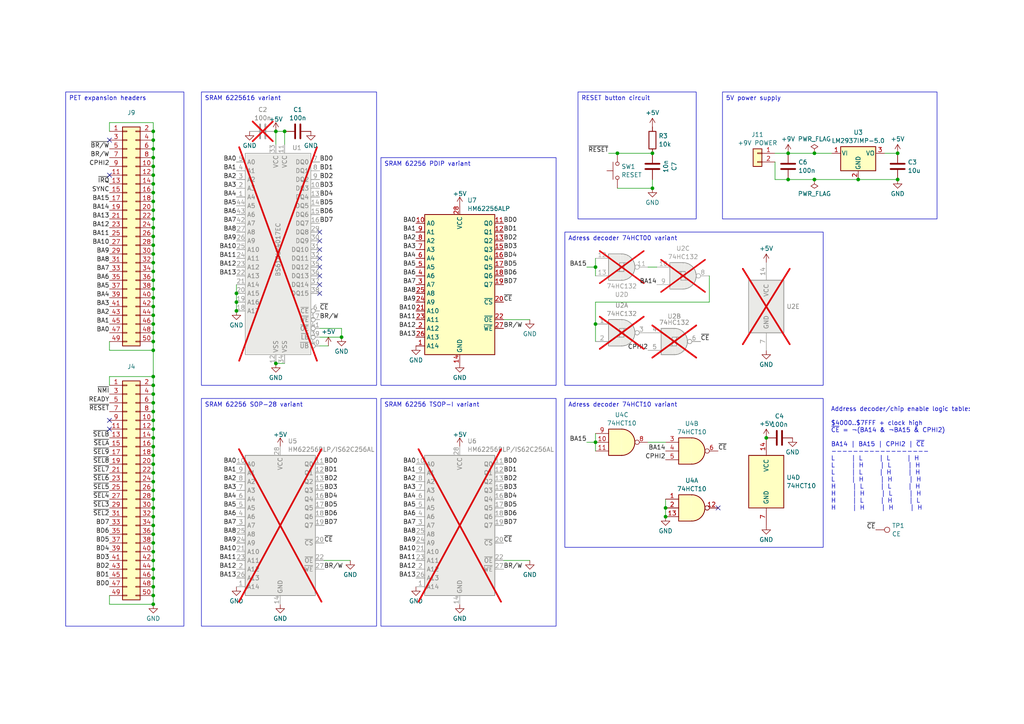
<source format=kicad_sch>
(kicad_sch
	(version 20231120)
	(generator "eeschema")
	(generator_version "8.0")
	(uuid "ba02a5fb-8d8e-4302-96a8-8e3b65a9cbd7")
	(paper "A4")
	(title_block
		(title "CBM PET SRAM Expansion")
		(date "2024-03-10")
		(rev "4")
		(company "CCC Basel")
	)
	
	(junction
		(at 44.45 175.26)
		(diameter 0)
		(color 0 0 0 0)
		(uuid "132e523d-4dd0-4bfc-a395-7b85d134f2e5")
	)
	(junction
		(at 44.45 63.5)
		(diameter 0)
		(color 0 0 0 0)
		(uuid "15173f45-ff3b-4146-9ec8-aea55ce6de28")
	)
	(junction
		(at 44.45 81.28)
		(diameter 0)
		(color 0 0 0 0)
		(uuid "195b6efc-e1c4-4f14-9bc8-6388815f444b")
	)
	(junction
		(at 236.22 52.07)
		(diameter 0)
		(color 0 0 0 0)
		(uuid "2138369b-643b-4f89-946d-bebf9d9190fc")
	)
	(junction
		(at 44.45 88.9)
		(diameter 0)
		(color 0 0 0 0)
		(uuid "23088312-808b-4f4c-b096-e91dd8b9b773")
	)
	(junction
		(at 44.45 134.62)
		(diameter 0)
		(color 0 0 0 0)
		(uuid "231907ca-0f57-4d42-982d-2a9aaae679d6")
	)
	(junction
		(at 44.45 66.04)
		(diameter 0)
		(color 0 0 0 0)
		(uuid "23fa526b-f701-4216-bb5e-d524585daacd")
	)
	(junction
		(at 44.45 157.48)
		(diameter 0)
		(color 0 0 0 0)
		(uuid "245dfd6e-93dd-4c02-b96a-60e3cd2d8ba7")
	)
	(junction
		(at 44.45 53.34)
		(diameter 0)
		(color 0 0 0 0)
		(uuid "2808f7d7-3bee-4b54-9474-691eae9eef5c")
	)
	(junction
		(at 189.23 44.45)
		(diameter 0)
		(color 0 0 0 0)
		(uuid "2b7206a6-30b3-4f96-9a17-1240603f3ec8")
	)
	(junction
		(at 44.45 40.64)
		(diameter 0)
		(color 0 0 0 0)
		(uuid "2cd9beca-8b4d-40c8-8644-94001003ba43")
	)
	(junction
		(at 44.45 91.44)
		(diameter 0)
		(color 0 0 0 0)
		(uuid "2f563c43-87b4-46b6-9928-bf2910756250")
	)
	(junction
		(at 44.45 60.96)
		(diameter 0)
		(color 0 0 0 0)
		(uuid "3814d9fb-539b-4ad3-a118-ea02dfa6fdca")
	)
	(junction
		(at 260.35 52.07)
		(diameter 0)
		(color 0 0 0 0)
		(uuid "3a795033-8839-46f6-8163-5d52fd2b3d9e")
	)
	(junction
		(at 193.04 147.32)
		(diameter 0)
		(color 0 0 0 0)
		(uuid "3cde72fc-3cf2-459a-86a8-36457e773ee7")
	)
	(junction
		(at 44.45 170.18)
		(diameter 0)
		(color 0 0 0 0)
		(uuid "3f87a0a3-a002-48d6-bd89-e50bae5ece9b")
	)
	(junction
		(at 80.01 105.41)
		(diameter 0)
		(color 0 0 0 0)
		(uuid "3fed26e7-8e6c-43d2-8fa7-6e0853d0a9b1")
	)
	(junction
		(at 44.45 132.08)
		(diameter 0)
		(color 0 0 0 0)
		(uuid "44549270-7860-47a1-9a0d-d6e402f8a1f9")
	)
	(junction
		(at 172.72 128.27)
		(diameter 0)
		(color 0 0 0 0)
		(uuid "4471f513-2194-4416-b5aa-d7e191b264a6")
	)
	(junction
		(at 68.58 85.09)
		(diameter 0)
		(color 0 0 0 0)
		(uuid "4509a8bb-aa6c-44dc-b75a-0076aa859cb0")
	)
	(junction
		(at 44.45 43.18)
		(diameter 0)
		(color 0 0 0 0)
		(uuid "4b977a37-3ace-4841-a45c-af50084070a5")
	)
	(junction
		(at 44.45 96.52)
		(diameter 0)
		(color 0 0 0 0)
		(uuid "4c7f9c78-648a-4266-8790-9767b7a24612")
	)
	(junction
		(at 68.58 90.17)
		(diameter 0)
		(color 0 0 0 0)
		(uuid "4efbf76a-0d48-4b52-8aa7-56a3274b6f58")
	)
	(junction
		(at 172.72 93.98)
		(diameter 0)
		(color 0 0 0 0)
		(uuid "559edd0e-1385-448a-bece-1e15e1ef4090")
	)
	(junction
		(at 44.45 55.88)
		(diameter 0)
		(color 0 0 0 0)
		(uuid "5ae5c9e9-4a8f-4d63-92f5-44a3c8bb1f99")
	)
	(junction
		(at 179.07 44.45)
		(diameter 0)
		(color 0 0 0 0)
		(uuid "5cb530aa-fe15-478d-90b1-4b6626640e04")
	)
	(junction
		(at 44.45 114.3)
		(diameter 0)
		(color 0 0 0 0)
		(uuid "61549b9f-b4bf-434c-9d9f-c3bca06ff294")
	)
	(junction
		(at 44.45 149.86)
		(diameter 0)
		(color 0 0 0 0)
		(uuid "64b900cd-2d86-4b52-bb5c-97b4fe952f58")
	)
	(junction
		(at 44.45 71.12)
		(diameter 0)
		(color 0 0 0 0)
		(uuid "6c2f7215-865c-4fb1-846d-e1e38eb27bb3")
	)
	(junction
		(at 44.45 83.82)
		(diameter 0)
		(color 0 0 0 0)
		(uuid "71147d30-3a10-4a39-9d6e-6e813cd063f4")
	)
	(junction
		(at 248.92 52.07)
		(diameter 0)
		(color 0 0 0 0)
		(uuid "7477d0ce-a25d-4684-acf6-74adc02ed023")
	)
	(junction
		(at 44.45 121.92)
		(diameter 0)
		(color 0 0 0 0)
		(uuid "77394a52-145a-4021-8fd2-6569bd29e47a")
	)
	(junction
		(at 99.06 97.79)
		(diameter 0)
		(color 0 0 0 0)
		(uuid "7ba11b6f-852a-4da3-979b-0f6f9c9d6f9d")
	)
	(junction
		(at 228.6 52.07)
		(diameter 0)
		(color 0 0 0 0)
		(uuid "7f68fb98-49b8-4141-a565-d68743f2112f")
	)
	(junction
		(at 44.45 101.6)
		(diameter 0)
		(color 0 0 0 0)
		(uuid "7f6ec264-e554-4d3a-847a-63d1ee1efa52")
	)
	(junction
		(at 44.45 111.76)
		(diameter 0)
		(color 0 0 0 0)
		(uuid "7f9af0e9-ce3a-4803-bc52-8d667acf73e7")
	)
	(junction
		(at 44.45 48.26)
		(diameter 0)
		(color 0 0 0 0)
		(uuid "7fbc4fd6-5117-4b75-9f06-add6d0f632f6")
	)
	(junction
		(at 80.01 38.1)
		(diameter 0)
		(color 0 0 0 0)
		(uuid "80c5c740-688b-4c58-b9d7-850ea18b9e1e")
	)
	(junction
		(at 44.45 142.24)
		(diameter 0)
		(color 0 0 0 0)
		(uuid "8b2ce9b6-a9e9-464e-9f7d-9a76938f07f6")
	)
	(junction
		(at 44.45 93.98)
		(diameter 0)
		(color 0 0 0 0)
		(uuid "903bce02-003e-4d0a-8386-d6c0a376668e")
	)
	(junction
		(at 44.45 68.58)
		(diameter 0)
		(color 0 0 0 0)
		(uuid "917825a7-a83d-4255-92db-a00da4f06c80")
	)
	(junction
		(at 260.35 44.45)
		(diameter 0)
		(color 0 0 0 0)
		(uuid "95a2d759-78c6-4d32-8fe4-456149d98a79")
	)
	(junction
		(at 44.45 38.1)
		(diameter 0)
		(color 0 0 0 0)
		(uuid "9796b5b6-84d4-407c-8791-ad7a9fd305ee")
	)
	(junction
		(at 193.04 149.86)
		(diameter 0)
		(color 0 0 0 0)
		(uuid "9a412992-9caf-4ae9-9689-3288e0d671f3")
	)
	(junction
		(at 82.55 38.1)
		(diameter 0)
		(color 0 0 0 0)
		(uuid "9af08f98-56cc-4e00-a5ff-d797ceadd149")
	)
	(junction
		(at 44.45 147.32)
		(diameter 0)
		(color 0 0 0 0)
		(uuid "9be13afd-1ab9-4ba6-9fce-66303bb75fd1")
	)
	(junction
		(at 44.45 167.64)
		(diameter 0)
		(color 0 0 0 0)
		(uuid "9fcfd4a1-eb71-4cc1-95c1-d4ee46b3596b")
	)
	(junction
		(at 172.72 77.47)
		(diameter 0)
		(color 0 0 0 0)
		(uuid "a1ebff29-35ad-46fd-9ff0-937a1f0905dc")
	)
	(junction
		(at 44.45 109.22)
		(diameter 0)
		(color 0 0 0 0)
		(uuid "a6d50e0e-c9ef-4a53-8600-acaa26482069")
	)
	(junction
		(at 44.45 172.72)
		(diameter 0)
		(color 0 0 0 0)
		(uuid "ab5cf924-c6f4-4022-95c2-03ff816df3a9")
	)
	(junction
		(at 44.45 137.16)
		(diameter 0)
		(color 0 0 0 0)
		(uuid "b199f9f2-37b2-4a61-9009-3df80f449bf3")
	)
	(junction
		(at 228.6 44.45)
		(diameter 0)
		(color 0 0 0 0)
		(uuid "ba1f469a-0869-4e71-9b05-d7558848a402")
	)
	(junction
		(at 236.22 44.45)
		(diameter 0)
		(color 0 0 0 0)
		(uuid "bd5f5cee-fae0-454a-84be-c0b40fb0e8ed")
	)
	(junction
		(at 44.45 78.74)
		(diameter 0)
		(color 0 0 0 0)
		(uuid "be269495-f445-4722-938b-be38a32acc6a")
	)
	(junction
		(at 44.45 50.8)
		(diameter 0)
		(color 0 0 0 0)
		(uuid "c0f8c0ef-d855-4daf-a3c6-faf021bbacfa")
	)
	(junction
		(at 44.45 144.78)
		(diameter 0)
		(color 0 0 0 0)
		(uuid "c28b5a19-2bc3-46af-928f-b0dc39d45f8b")
	)
	(junction
		(at 44.45 58.42)
		(diameter 0)
		(color 0 0 0 0)
		(uuid "c4031e73-c667-4d5b-b6a3-b1b52f78072d")
	)
	(junction
		(at 44.45 129.54)
		(diameter 0)
		(color 0 0 0 0)
		(uuid "cbe52f06-6794-4495-a883-a72309517360")
	)
	(junction
		(at 44.45 154.94)
		(diameter 0)
		(color 0 0 0 0)
		(uuid "d0d5f044-d954-47a2-92e8-c56bd83f08fd")
	)
	(junction
		(at 222.25 127)
		(diameter 0)
		(color 0 0 0 0)
		(uuid "d7f678fa-69a1-4de9-9b68-d02349755188")
	)
	(junction
		(at 44.45 124.46)
		(diameter 0)
		(color 0 0 0 0)
		(uuid "deb53e51-8590-461e-9f63-d5018e32e310")
	)
	(junction
		(at 44.45 86.36)
		(diameter 0)
		(color 0 0 0 0)
		(uuid "df34c3c9-550f-44ad-87fa-414dc88f9ca5")
	)
	(junction
		(at 44.45 76.2)
		(diameter 0)
		(color 0 0 0 0)
		(uuid "e810d19f-1f7f-46ed-aeca-2332235759cb")
	)
	(junction
		(at 44.45 99.06)
		(diameter 0)
		(color 0 0 0 0)
		(uuid "e9b6f3b7-2112-414f-95c2-3a89b12eca3c")
	)
	(junction
		(at 189.23 54.61)
		(diameter 0)
		(color 0 0 0 0)
		(uuid "edf8bf02-9e5c-4d2b-860d-e8b7a0cfbc1f")
	)
	(junction
		(at 44.45 45.72)
		(diameter 0)
		(color 0 0 0 0)
		(uuid "f1585753-3985-44df-bdce-73bceeea44c4")
	)
	(junction
		(at 44.45 152.4)
		(diameter 0)
		(color 0 0 0 0)
		(uuid "f1d99ce8-737b-4e91-a7ff-98190c3294f0")
	)
	(junction
		(at 44.45 165.1)
		(diameter 0)
		(color 0 0 0 0)
		(uuid "f2490804-050d-48fe-b97e-1097c19741ec")
	)
	(junction
		(at 68.58 87.63)
		(diameter 0)
		(color 0 0 0 0)
		(uuid "f3d27974-12f7-4ce6-8036-2b6eb0ec8669")
	)
	(junction
		(at 44.45 73.66)
		(diameter 0)
		(color 0 0 0 0)
		(uuid "f9591cf2-f9e3-4fdc-9111-e653ff6a3b6e")
	)
	(junction
		(at 44.45 160.02)
		(diameter 0)
		(color 0 0 0 0)
		(uuid "fb59a7d8-7c6b-4011-8662-0571566e7924")
	)
	(junction
		(at 44.45 162.56)
		(diameter 0)
		(color 0 0 0 0)
		(uuid "fc2aec22-7f6a-4ac6-995b-844b8042e8c9")
	)
	(junction
		(at 44.45 119.38)
		(diameter 0)
		(color 0 0 0 0)
		(uuid "fd440596-5b67-4038-af3d-226327df8ea9")
	)
	(junction
		(at 44.45 116.84)
		(diameter 0)
		(color 0 0 0 0)
		(uuid "fe404ba7-ab8e-4deb-b52d-66b45279dcb4")
	)
	(junction
		(at 44.45 127)
		(diameter 0)
		(color 0 0 0 0)
		(uuid "fe664a02-6c91-4a7f-9b2f-9b5b423ed89e")
	)
	(junction
		(at 44.45 139.7)
		(diameter 0)
		(color 0 0 0 0)
		(uuid "ff9a97c8-9aff-4906-a3ed-5e56c33cb353")
	)
	(no_connect
		(at 92.71 82.55)
		(uuid "0c67f426-d487-4a6c-bd29-ac44ff579c95")
	)
	(no_connect
		(at 92.71 77.47)
		(uuid "1905f0d4-8330-471b-9713-b3f287bee197")
	)
	(no_connect
		(at 92.71 72.39)
		(uuid "1b48798f-bec2-449a-a4c5-5a00d55527e2")
	)
	(no_connect
		(at 31.75 121.92)
		(uuid "21c3144a-9860-4dee-af6d-a94e3587478d")
	)
	(no_connect
		(at 31.75 40.64)
		(uuid "33f02fa2-9cbf-4e1b-883d-5a2f8a66d5ce")
	)
	(no_connect
		(at 92.71 85.09)
		(uuid "39221483-88e8-4009-88ea-ca535d84f70e")
	)
	(no_connect
		(at 31.75 124.46)
		(uuid "65190511-5696-4c62-9853-195b00388054")
	)
	(no_connect
		(at 31.75 50.8)
		(uuid "6d7bf783-c773-4569-949d-8faf39b31a4f")
	)
	(no_connect
		(at 92.71 69.85)
		(uuid "848cb030-e2a6-4afb-a7e8-b56e4704feb5")
	)
	(no_connect
		(at 92.71 67.31)
		(uuid "92e4f2c9-4a6c-4f1f-9595-6e1c7d4ce798")
	)
	(no_connect
		(at 208.28 147.32)
		(uuid "9da8bae0-12e7-4d11-a6cb-cbdb76e25985")
	)
	(no_connect
		(at 92.71 74.93)
		(uuid "a95fab86-0000-44ac-b54b-6d9f8408c7a3")
	)
	(no_connect
		(at 92.71 80.01)
		(uuid "b09bd469-b2fb-4af7-b560-bdd176ae4d69")
	)
	(wire
		(pts
			(xy 44.45 93.98) (xy 44.45 96.52)
		)
		(stroke
			(width 0)
			(type default)
		)
		(uuid "00711f35-0a35-46c5-89fc-ce0e85dd57c9")
	)
	(wire
		(pts
			(xy 92.71 97.79) (xy 99.06 97.79)
		)
		(stroke
			(width 0)
			(type default)
		)
		(uuid "042bcb05-f9d3-4fda-afbf-493c024bcef3")
	)
	(wire
		(pts
			(xy 44.45 101.6) (xy 31.75 101.6)
		)
		(stroke
			(width 0)
			(type default)
		)
		(uuid "046557f0-5448-4a2e-9685-2e14368d0fe7")
	)
	(wire
		(pts
			(xy 205.74 87.63) (xy 205.74 80.01)
		)
		(stroke
			(width 0)
			(type default)
		)
		(uuid "05555d84-f39e-4302-89f6-cf563dfe3783")
	)
	(wire
		(pts
			(xy 172.72 87.63) (xy 205.74 87.63)
		)
		(stroke
			(width 0)
			(type default)
		)
		(uuid "05613e95-8728-4a7c-b410-f049ee4fa4fe")
	)
	(wire
		(pts
			(xy 44.45 162.56) (xy 44.45 165.1)
		)
		(stroke
			(width 0)
			(type default)
		)
		(uuid "0769c1f1-00ff-4549-9633-1ff884b80650")
	)
	(wire
		(pts
			(xy 187.96 128.27) (xy 193.04 128.27)
		)
		(stroke
			(width 0)
			(type default)
		)
		(uuid "095de72c-487a-49db-8a9f-8dcd7902ae6a")
	)
	(wire
		(pts
			(xy 44.45 144.78) (xy 44.45 147.32)
		)
		(stroke
			(width 0)
			(type default)
		)
		(uuid "0a2ab28e-7de9-4efd-8dc2-277c7cb8c104")
	)
	(wire
		(pts
			(xy 44.45 175.26) (xy 31.75 175.26)
		)
		(stroke
			(width 0)
			(type default)
		)
		(uuid "0d3e84c8-187a-434a-99b0-a398c4b7f9d4")
	)
	(wire
		(pts
			(xy 44.45 124.46) (xy 44.45 127)
		)
		(stroke
			(width 0)
			(type default)
		)
		(uuid "0d80c3da-42ca-4fd6-ad98-36ecb3cdf91a")
	)
	(wire
		(pts
			(xy 44.45 86.36) (xy 44.45 88.9)
		)
		(stroke
			(width 0)
			(type default)
		)
		(uuid "12b6d115-0ef8-46f1-bff2-e153886a4ac6")
	)
	(wire
		(pts
			(xy 44.45 109.22) (xy 31.75 109.22)
		)
		(stroke
			(width 0)
			(type default)
		)
		(uuid "1374172c-a5b4-4749-a7bf-da2b9d6a5f4b")
	)
	(wire
		(pts
			(xy 44.45 129.54) (xy 44.45 132.08)
		)
		(stroke
			(width 0)
			(type default)
		)
		(uuid "14733b41-92a9-4319-9926-64316a050b70")
	)
	(wire
		(pts
			(xy 44.45 137.16) (xy 44.45 139.7)
		)
		(stroke
			(width 0)
			(type default)
		)
		(uuid "16361d29-945a-4429-b155-3484aad8db6f")
	)
	(wire
		(pts
			(xy 228.6 52.07) (xy 236.22 52.07)
		)
		(stroke
			(width 0)
			(type default)
		)
		(uuid "17e6825e-78e0-4309-9ac1-6f00299c9759")
	)
	(wire
		(pts
			(xy 44.45 35.56) (xy 31.75 35.56)
		)
		(stroke
			(width 0)
			(type default)
		)
		(uuid "1b00708e-a75f-47f2-82bd-938cbc163d7e")
	)
	(wire
		(pts
			(xy 44.45 172.72) (xy 44.45 175.26)
		)
		(stroke
			(width 0)
			(type default)
		)
		(uuid "1ba742e3-ce9c-4d92-b23f-2cb1863e7bfe")
	)
	(wire
		(pts
			(xy 172.72 128.27) (xy 172.72 125.73)
		)
		(stroke
			(width 0)
			(type default)
		)
		(uuid "1c5869ee-d3e1-4acf-80f4-7b3dc7d6dff0")
	)
	(wire
		(pts
			(xy 68.58 87.63) (xy 68.58 90.17)
		)
		(stroke
			(width 0)
			(type default)
		)
		(uuid "1d5fd613-e00f-4a6e-870d-a6d3dc1b5eb2")
	)
	(wire
		(pts
			(xy 44.45 81.28) (xy 44.45 83.82)
		)
		(stroke
			(width 0)
			(type default)
		)
		(uuid "1d699762-757c-4aad-8a98-25cb5a22c4ca")
	)
	(wire
		(pts
			(xy 44.45 71.12) (xy 44.45 73.66)
		)
		(stroke
			(width 0)
			(type default)
		)
		(uuid "21559b49-cfeb-478f-a9dc-61ab85bff646")
	)
	(wire
		(pts
			(xy 44.45 154.94) (xy 44.45 157.48)
		)
		(stroke
			(width 0)
			(type default)
		)
		(uuid "23208346-8f18-4ee9-98c4-bf4c1acc206d")
	)
	(wire
		(pts
			(xy 170.18 77.47) (xy 172.72 77.47)
		)
		(stroke
			(width 0)
			(type default)
		)
		(uuid "25cc8d5b-5948-4543-b160-957e2b7612ba")
	)
	(wire
		(pts
			(xy 193.04 147.32) (xy 193.04 149.86)
		)
		(stroke
			(width 0)
			(type default)
		)
		(uuid "28458c07-66c0-457d-b24d-e6c8360d0c91")
	)
	(wire
		(pts
			(xy 44.45 134.62) (xy 44.45 137.16)
		)
		(stroke
			(width 0)
			(type default)
		)
		(uuid "288d5bec-4d83-4011-ad09-73e4915facf8")
	)
	(wire
		(pts
			(xy 99.06 95.25) (xy 99.06 97.79)
		)
		(stroke
			(width 0)
			(type default)
		)
		(uuid "2aaf9ac1-0608-421e-963c-9a914ce56734")
	)
	(wire
		(pts
			(xy 224.79 44.45) (xy 228.6 44.45)
		)
		(stroke
			(width 0)
			(type default)
		)
		(uuid "2bfe1a78-858f-4a81-bec4-e14397697ed6")
	)
	(wire
		(pts
			(xy 44.45 73.66) (xy 44.45 76.2)
		)
		(stroke
			(width 0)
			(type default)
		)
		(uuid "302db16f-0c13-4237-8e6d-fbfb969ac60c")
	)
	(wire
		(pts
			(xy 68.58 82.55) (xy 68.58 85.09)
		)
		(stroke
			(width 0)
			(type default)
		)
		(uuid "37cab7d4-36a4-4f5d-af2d-390e5d0f4a6e")
	)
	(wire
		(pts
			(xy 44.45 78.74) (xy 44.45 81.28)
		)
		(stroke
			(width 0)
			(type default)
		)
		(uuid "3af1334e-b376-4e8a-bb83-2bb1fd994d6c")
	)
	(wire
		(pts
			(xy 44.45 149.86) (xy 44.45 152.4)
		)
		(stroke
			(width 0)
			(type default)
		)
		(uuid "4061e863-29f1-43bc-926e-c7e54715c70f")
	)
	(wire
		(pts
			(xy 44.45 83.82) (xy 44.45 86.36)
		)
		(stroke
			(width 0)
			(type default)
		)
		(uuid "42a581bc-627f-47f1-b43a-2089c12481ef")
	)
	(wire
		(pts
			(xy 44.45 45.72) (xy 44.45 48.26)
		)
		(stroke
			(width 0)
			(type default)
		)
		(uuid "43169ff3-f0f3-4860-be27-fe96087aa0e9")
	)
	(wire
		(pts
			(xy 44.45 142.24) (xy 44.45 144.78)
		)
		(stroke
			(width 0)
			(type default)
		)
		(uuid "4407daa4-725e-4f78-8635-7873016477e3")
	)
	(wire
		(pts
			(xy 224.79 52.07) (xy 228.6 52.07)
		)
		(stroke
			(width 0)
			(type default)
		)
		(uuid "4b74de37-6eca-45d9-b0e3-e700dc0311fb")
	)
	(wire
		(pts
			(xy 179.07 44.45) (xy 189.23 44.45)
		)
		(stroke
			(width 0)
			(type default)
		)
		(uuid "4b7b14f4-25b2-44bf-b93f-173c02143d56")
	)
	(wire
		(pts
			(xy 176.53 44.45) (xy 179.07 44.45)
		)
		(stroke
			(width 0)
			(type default)
		)
		(uuid "4e11bbca-9727-4a08-8e39-815f674df992")
	)
	(wire
		(pts
			(xy 170.18 128.27) (xy 172.72 128.27)
		)
		(stroke
			(width 0)
			(type default)
		)
		(uuid "544f9adf-efdf-48e2-9b4b-60527298361c")
	)
	(wire
		(pts
			(xy 68.58 85.09) (xy 68.58 87.63)
		)
		(stroke
			(width 0)
			(type default)
		)
		(uuid "614c9487-612c-4e8d-8a81-52fa7193460f")
	)
	(wire
		(pts
			(xy 146.05 162.56) (xy 153.67 162.56)
		)
		(stroke
			(width 0)
			(type default)
		)
		(uuid "64de8a3b-a6f7-4130-8a6f-3b11f22dc214")
	)
	(wire
		(pts
			(xy 44.45 147.32) (xy 44.45 149.86)
		)
		(stroke
			(width 0)
			(type default)
		)
		(uuid "694fc7c7-0c39-4f16-a235-fe3572daf9b9")
	)
	(wire
		(pts
			(xy 44.45 116.84) (xy 44.45 119.38)
		)
		(stroke
			(width 0)
			(type default)
		)
		(uuid "697e6d1b-de82-47b0-9179-70161de7ae5b")
	)
	(wire
		(pts
			(xy 31.75 35.56) (xy 31.75 38.1)
		)
		(stroke
			(width 0)
			(type default)
		)
		(uuid "6cde2c27-2f6f-4fc7-89fc-256b9f8177f2")
	)
	(wire
		(pts
			(xy 44.45 111.76) (xy 44.45 109.22)
		)
		(stroke
			(width 0)
			(type default)
		)
		(uuid "6cdf2c1d-183a-493b-9a3a-01ce5c0411cd")
	)
	(wire
		(pts
			(xy 187.96 77.47) (xy 190.5 77.47)
		)
		(stroke
			(width 0)
			(type default)
		)
		(uuid "6eaec9cc-203b-4f29-9ca7-1e408496edd1")
	)
	(wire
		(pts
			(xy 44.45 88.9) (xy 44.45 91.44)
		)
		(stroke
			(width 0)
			(type default)
		)
		(uuid "757969e0-d0aa-497f-9cc8-abf28d3cf0c4")
	)
	(wire
		(pts
			(xy 31.75 101.6) (xy 31.75 99.06)
		)
		(stroke
			(width 0)
			(type default)
		)
		(uuid "790c3ae3-c49a-4716-8d84-01160b534afc")
	)
	(wire
		(pts
			(xy 44.45 139.7) (xy 44.45 142.24)
		)
		(stroke
			(width 0)
			(type default)
		)
		(uuid "79fd50d9-8db9-4343-b064-692d691ee260")
	)
	(wire
		(pts
			(xy 172.72 77.47) (xy 172.72 80.01)
		)
		(stroke
			(width 0)
			(type default)
		)
		(uuid "80faa304-78cb-4458-8877-296650766b98")
	)
	(wire
		(pts
			(xy 44.45 99.06) (xy 44.45 101.6)
		)
		(stroke
			(width 0)
			(type default)
		)
		(uuid "834fc730-ea34-43aa-b12d-5e0897931268")
	)
	(wire
		(pts
			(xy 93.98 162.56) (xy 101.6 162.56)
		)
		(stroke
			(width 0)
			(type default)
		)
		(uuid "845d829c-deeb-4cd4-89e9-68705b984a66")
	)
	(wire
		(pts
			(xy 31.75 175.26) (xy 31.75 172.72)
		)
		(stroke
			(width 0)
			(type default)
		)
		(uuid "854fcba5-1b03-45d0-a06d-9d6d623ed931")
	)
	(wire
		(pts
			(xy 228.6 44.45) (xy 236.22 44.45)
		)
		(stroke
			(width 0)
			(type default)
		)
		(uuid "859e8e44-b59b-4678-beaa-4071b8223be0")
	)
	(wire
		(pts
			(xy 44.45 170.18) (xy 44.45 172.72)
		)
		(stroke
			(width 0)
			(type default)
		)
		(uuid "8932b5b7-09d1-4bd5-9645-360475058fb3")
	)
	(wire
		(pts
			(xy 80.01 38.1) (xy 80.01 41.91)
		)
		(stroke
			(width 0)
			(type default)
		)
		(uuid "8a99d87f-c429-4eab-a2f5-fccbcee29e29")
	)
	(wire
		(pts
			(xy 44.45 121.92) (xy 44.45 124.46)
		)
		(stroke
			(width 0)
			(type default)
		)
		(uuid "8d8ff752-55f2-459b-b52b-e1467282fe4c")
	)
	(wire
		(pts
			(xy 92.71 100.33) (xy 95.25 100.33)
		)
		(stroke
			(width 0)
			(type default)
		)
		(uuid "8e859efc-9798-47aa-8472-7b7017ba5096")
	)
	(wire
		(pts
			(xy 44.45 152.4) (xy 44.45 154.94)
		)
		(stroke
			(width 0)
			(type default)
		)
		(uuid "8e9219bd-cc33-44b5-a383-65436e5dd593")
	)
	(wire
		(pts
			(xy 92.71 95.25) (xy 99.06 95.25)
		)
		(stroke
			(width 0)
			(type default)
		)
		(uuid "8f3b8fe9-d12a-4ce7-831f-c3dc61957b71")
	)
	(wire
		(pts
			(xy 44.45 91.44) (xy 44.45 93.98)
		)
		(stroke
			(width 0)
			(type default)
		)
		(uuid "90252908-9342-4715-9ab5-1ab4c3a491b4")
	)
	(wire
		(pts
			(xy 44.45 38.1) (xy 44.45 40.64)
		)
		(stroke
			(width 0)
			(type default)
		)
		(uuid "92dfa2d6-9aaa-4e84-a9bf-ddddf8b16095")
	)
	(wire
		(pts
			(xy 80.01 105.41) (xy 82.55 105.41)
		)
		(stroke
			(width 0)
			(type default)
		)
		(uuid "9460a871-a102-4820-b8e4-9e6d36514b3c")
	)
	(wire
		(pts
			(xy 193.04 144.78) (xy 193.04 147.32)
		)
		(stroke
			(width 0)
			(type default)
		)
		(uuid "9d74673d-57eb-4e7c-b62e-915d2f1a7fb4")
	)
	(wire
		(pts
			(xy 172.72 93.98) (xy 172.72 87.63)
		)
		(stroke
			(width 0)
			(type default)
		)
		(uuid "9e5eba74-d225-4135-a7f8-02d4e26af463")
	)
	(wire
		(pts
			(xy 256.54 44.45) (xy 260.35 44.45)
		)
		(stroke
			(width 0)
			(type default)
		)
		(uuid "9e9b00c3-4bf8-4f0f-b1de-1220fdc9b3d6")
	)
	(wire
		(pts
			(xy 172.72 77.47) (xy 172.72 74.93)
		)
		(stroke
			(width 0)
			(type default)
		)
		(uuid "a0fc63e5-cf28-47e9-905c-b4cdf84c5576")
	)
	(wire
		(pts
			(xy 44.45 96.52) (xy 44.45 99.06)
		)
		(stroke
			(width 0)
			(type default)
		)
		(uuid "a2c7e20c-1387-49fc-b8f7-453857f3fb46")
	)
	(wire
		(pts
			(xy 44.45 167.64) (xy 44.45 170.18)
		)
		(stroke
			(width 0)
			(type default)
		)
		(uuid "a36a5b53-6661-49b4-b075-bfa53383a516")
	)
	(wire
		(pts
			(xy 236.22 52.07) (xy 248.92 52.07)
		)
		(stroke
			(width 0)
			(type default)
		)
		(uuid "a49e0e21-1fa0-45a0-b36c-71ca6d2914b4")
	)
	(wire
		(pts
			(xy 44.45 50.8) (xy 44.45 53.34)
		)
		(stroke
			(width 0)
			(type default)
		)
		(uuid "a9f62682-fa6e-4397-afde-0ebb2029a171")
	)
	(wire
		(pts
			(xy 189.23 52.07) (xy 189.23 54.61)
		)
		(stroke
			(width 0)
			(type default)
		)
		(uuid "ac1c7e4c-2af3-4499-bd59-95128d8f456c")
	)
	(wire
		(pts
			(xy 44.45 157.48) (xy 44.45 160.02)
		)
		(stroke
			(width 0)
			(type default)
		)
		(uuid "af05e6de-af77-479c-9ea2-a26a2d5f3085")
	)
	(wire
		(pts
			(xy 44.45 58.42) (xy 44.45 60.96)
		)
		(stroke
			(width 0)
			(type default)
		)
		(uuid "af3629a2-ce2a-4acb-be35-8a2462ec8bf4")
	)
	(wire
		(pts
			(xy 44.45 60.96) (xy 44.45 63.5)
		)
		(stroke
			(width 0)
			(type default)
		)
		(uuid "b3ab146d-f0d1-4d9f-a694-3812984c1dae")
	)
	(wire
		(pts
			(xy 80.01 38.1) (xy 82.55 38.1)
		)
		(stroke
			(width 0)
			(type default)
		)
		(uuid "bba08c62-2634-4584-8764-946cfbcbb384")
	)
	(wire
		(pts
			(xy 44.45 68.58) (xy 44.45 71.12)
		)
		(stroke
			(width 0)
			(type default)
		)
		(uuid "bcaff7eb-5cd4-4ec7-b826-6a7930a97b06")
	)
	(wire
		(pts
			(xy 44.45 63.5) (xy 44.45 66.04)
		)
		(stroke
			(width 0)
			(type default)
		)
		(uuid "bd68d0f9-0800-41b8-958e-45ad6ce413c0")
	)
	(wire
		(pts
			(xy 44.45 165.1) (xy 44.45 167.64)
		)
		(stroke
			(width 0)
			(type default)
		)
		(uuid "bdde8308-df24-498c-8d8a-b951a3163278")
	)
	(wire
		(pts
			(xy 179.07 54.61) (xy 189.23 54.61)
		)
		(stroke
			(width 0)
			(type default)
		)
		(uuid "c5e5f4f6-cf4e-43fd-acd6-3d954486aa9b")
	)
	(wire
		(pts
			(xy 248.92 52.07) (xy 260.35 52.07)
		)
		(stroke
			(width 0)
			(type default)
		)
		(uuid "c95ec6f3-526a-4cc8-afdb-a23a287bb490")
	)
	(wire
		(pts
			(xy 44.45 111.76) (xy 44.45 114.3)
		)
		(stroke
			(width 0)
			(type default)
		)
		(uuid "ca0343ca-e017-4f76-affd-a232630c92f5")
	)
	(wire
		(pts
			(xy 172.72 93.98) (xy 172.72 99.06)
		)
		(stroke
			(width 0)
			(type default)
		)
		(uuid "cc5f58c2-c7e6-4920-bb9b-4df542c5497b")
	)
	(wire
		(pts
			(xy 82.55 38.1) (xy 82.55 41.91)
		)
		(stroke
			(width 0)
			(type default)
		)
		(uuid "ccb3e5b2-e2fe-4406-ac16-b776efdd1483")
	)
	(wire
		(pts
			(xy 44.45 55.88) (xy 44.45 58.42)
		)
		(stroke
			(width 0)
			(type default)
		)
		(uuid "d060cc3c-d098-4c1f-81b8-67db3386edd0")
	)
	(wire
		(pts
			(xy 44.45 101.6) (xy 44.45 109.22)
		)
		(stroke
			(width 0)
			(type default)
		)
		(uuid "d88a5164-437e-4439-9957-6fa9983fd519")
	)
	(wire
		(pts
			(xy 44.45 114.3) (xy 44.45 116.84)
		)
		(stroke
			(width 0)
			(type default)
		)
		(uuid "dcdf97d6-2621-44f8-833a-9cf963257509")
	)
	(wire
		(pts
			(xy 146.05 92.71) (xy 153.67 92.71)
		)
		(stroke
			(width 0)
			(type default)
		)
		(uuid "ddabeedf-3a6b-4603-b21b-3fc7985ca631")
	)
	(wire
		(pts
			(xy 44.45 132.08) (xy 44.45 134.62)
		)
		(stroke
			(width 0)
			(type default)
		)
		(uuid "dfb83818-75eb-4238-955f-df54608ceacd")
	)
	(wire
		(pts
			(xy 44.45 66.04) (xy 44.45 68.58)
		)
		(stroke
			(width 0)
			(type default)
		)
		(uuid "e2b64ce2-21f5-444c-bcb4-c6b772f33cae")
	)
	(wire
		(pts
			(xy 44.45 119.38) (xy 44.45 121.92)
		)
		(stroke
			(width 0)
			(type default)
		)
		(uuid "e39852d7-4ddd-4daa-a61f-9f4d47b577a4")
	)
	(wire
		(pts
			(xy 44.45 38.1) (xy 44.45 35.56)
		)
		(stroke
			(width 0)
			(type default)
		)
		(uuid "e43683c8-2d3b-406c-bda7-c576ca1be414")
	)
	(wire
		(pts
			(xy 44.45 53.34) (xy 44.45 55.88)
		)
		(stroke
			(width 0)
			(type default)
		)
		(uuid "e47c8fdf-faa6-4125-9e6b-43f3d5ddb0db")
	)
	(wire
		(pts
			(xy 44.45 76.2) (xy 44.45 78.74)
		)
		(stroke
			(width 0)
			(type default)
		)
		(uuid "e5551b9c-2c24-4964-86d4-38a3f327a220")
	)
	(wire
		(pts
			(xy 44.45 160.02) (xy 44.45 162.56)
		)
		(stroke
			(width 0)
			(type default)
		)
		(uuid "e68a8b07-5703-415c-9224-8f9ccbf2f68e")
	)
	(wire
		(pts
			(xy 44.45 48.26) (xy 44.45 50.8)
		)
		(stroke
			(width 0)
			(type default)
		)
		(uuid "ea69e4d7-e1b1-4372-bcd2-4e20820116d8")
	)
	(wire
		(pts
			(xy 31.75 109.22) (xy 31.75 111.76)
		)
		(stroke
			(width 0)
			(type default)
		)
		(uuid "ec4b7472-2d64-4d21-9857-e393775a86e3")
	)
	(wire
		(pts
			(xy 44.45 40.64) (xy 44.45 43.18)
		)
		(stroke
			(width 0)
			(type default)
		)
		(uuid "ec8e8812-2081-4703-af17-22a23d47eae7")
	)
	(wire
		(pts
			(xy 236.22 44.45) (xy 241.3 44.45)
		)
		(stroke
			(width 0)
			(type default)
		)
		(uuid "f0317985-d78d-4523-9361-e1952f22e7ba")
	)
	(wire
		(pts
			(xy 224.79 52.07) (xy 224.79 46.99)
		)
		(stroke
			(width 0)
			(type default)
		)
		(uuid "f56e50fc-d165-4562-ad12-56256f7372cd")
	)
	(wire
		(pts
			(xy 44.45 43.18) (xy 44.45 45.72)
		)
		(stroke
			(width 0)
			(type default)
		)
		(uuid "f6fbc910-22be-4539-bbdd-779116d765cd")
	)
	(wire
		(pts
			(xy 172.72 128.27) (xy 172.72 130.81)
		)
		(stroke
			(width 0)
			(type default)
		)
		(uuid "f800e161-228f-4984-a75b-44b9fc074988")
	)
	(wire
		(pts
			(xy 44.45 127) (xy 44.45 129.54)
		)
		(stroke
			(width 0)
			(type default)
		)
		(uuid "fd857494-45be-4a2f-91b4-3371118f6f91")
	)
	(text_box "RESET button circuit"
		(exclude_from_sim no)
		(at 167.64 26.67 0)
		(size 34.29 36.83)
		(stroke
			(width 0)
			(type default)
		)
		(fill
			(type none)
		)
		(effects
			(font
				(size 1.27 1.27)
			)
			(justify left top)
		)
		(uuid "3118820d-698d-447b-9e3a-0c806cc22ff2")
	)
	(text_box "5V power supply"
		(exclude_from_sim no)
		(at 209.55 26.67 0)
		(size 62.23 36.83)
		(stroke
			(width 0)
			(type default)
		)
		(fill
			(type none)
		)
		(effects
			(font
				(size 1.27 1.27)
			)
			(justify left top)
		)
		(uuid "32d7c9e1-5156-44ba-829b-261754e61ffc")
	)
	(text_box "Address decoder/chip enable logic table:\n\n$4000..$7FFF + clock high\n~{CE} = ¬(BA14 & ¬BA15 & CPHI2)\n\nBA14 | BA15 | CPHI2 | ~{CE}\n------------------\nL     | L     | L     | H\nL     | H     | L     | H\nL     | L     | H     | H\nL     | H     | H     | H\nH     | L     | L     | H\nH     | H     | L     | H\nH     | L     | H     | L\nH     | H     | H     | H"
		(exclude_from_sim no)
		(at 240.03 116.84 0)
		(size 43.18 33.02)
		(stroke
			(width -0.0001)
			(type default)
		)
		(fill
			(type none)
		)
		(effects
			(font
				(size 1.27 1.27)
			)
			(justify left top)
		)
		(uuid "36c950c4-8354-4a10-ad58-4d0e43f3f3d9")
	)
	(text_box "SRAM 62256 TSOP-I variant"
		(exclude_from_sim no)
		(at 110.49 115.57 0)
		(size 50.8 66.04)
		(stroke
			(width 0)
			(type default)
		)
		(fill
			(type none)
		)
		(effects
			(font
				(size 1.27 1.27)
			)
			(justify left top)
		)
		(uuid "39d2fd7c-2b6a-4db3-b929-aed3dee0fccb")
	)
	(text_box "PET expansion headers"
		(exclude_from_sim no)
		(at 19.05 26.67 0)
		(size 34.29 154.94)
		(stroke
			(width 0)
			(type default)
		)
		(fill
			(type none)
		)
		(effects
			(font
				(size 1.27 1.27)
			)
			(justify left top)
		)
		(uuid "4b3424c3-23ed-4e95-866a-686c0e7fb4c4")
	)
	(text_box "Adress decoder 74HCT10 variant"
		(exclude_from_sim no)
		(at 163.83 115.57 0)
		(size 74.93 43.18)
		(stroke
			(width 0)
			(type default)
		)
		(fill
			(type none)
		)
		(effects
			(font
				(size 1.27 1.27)
			)
			(justify left top)
		)
		(uuid "7b5e9fb9-1c7f-4737-ba88-1267080863b0")
	)
	(text_box "SRAM 62256 SOP-28 variant"
		(exclude_from_sim no)
		(at 58.42 115.57 0)
		(size 50.8 66.04)
		(stroke
			(width 0)
			(type default)
		)
		(fill
			(type none)
		)
		(effects
			(font
				(size 1.27 1.27)
			)
			(justify left top)
		)
		(uuid "7f0fcd35-3cd8-4170-9075-7c12bb71df84")
	)
	(text_box "SRAM 6225616 variant"
		(exclude_from_sim no)
		(at 58.42 26.67 0)
		(size 50.8 85.09)
		(stroke
			(width 0)
			(type default)
		)
		(fill
			(type none)
		)
		(effects
			(font
				(size 1.27 1.27)
			)
			(justify left top)
		)
		(uuid "854044b5-574f-49ed-b987-121f143511d2")
	)
	(text_box "Adress decoder 74HCT00 variant"
		(exclude_from_sim no)
		(at 163.83 67.31 0)
		(size 74.93 44.45)
		(stroke
			(width 0)
			(type default)
		)
		(fill
			(type none)
		)
		(effects
			(font
				(size 1.27 1.27)
			)
			(justify left top)
		)
		(uuid "c8bb4280-cbc5-49a4-b097-68678437932f")
	)
	(text_box "SRAM 62256 PDIP variant"
		(exclude_from_sim no)
		(at 110.49 45.72 0)
		(size 50.8 66.04)
		(stroke
			(width 0)
			(type default)
		)
		(fill
			(type none)
		)
		(effects
			(font
				(size 1.27 1.27)
			)
			(justify left top)
		)
		(uuid "c982ca1f-5893-4d74-80f3-f13acdd0afc2")
	)
	(label "BA10"
		(at 68.58 72.39 180)
		(fields_autoplaced yes)
		(effects
			(font
				(size 1.27 1.27)
			)
			(justify right bottom)
		)
		(uuid "020a5f59-9994-448d-acfa-58c1a5d09686")
	)
	(label "~{SEL4}"
		(at 31.75 144.78 180)
		(fields_autoplaced yes)
		(effects
			(font
				(size 1.27 1.27)
			)
			(justify right bottom)
		)
		(uuid "0214e118-f8b7-4ab8-b298-a9ff17585bf1")
	)
	(label "BA3"
		(at 68.58 54.61 180)
		(fields_autoplaced yes)
		(effects
			(font
				(size 1.27 1.27)
			)
			(justify right bottom)
		)
		(uuid "032b03e2-99b3-426f-86af-d74b1536b7b5")
	)
	(label "BD1"
		(at 146.05 67.31 0)
		(fields_autoplaced yes)
		(effects
			(font
				(size 1.27 1.27)
			)
			(justify left bottom)
		)
		(uuid "0680dfa7-567d-447a-be44-39f5c96e0887")
	)
	(label "BA15"
		(at 170.18 128.27 180)
		(fields_autoplaced yes)
		(effects
			(font
				(size 1.27 1.27)
			)
			(justify right bottom)
		)
		(uuid "09893b47-9741-4268-be8d-5d100bb115c7")
	)
	(label "BA10"
		(at 31.75 71.12 180)
		(fields_autoplaced yes)
		(effects
			(font
				(size 1.27 1.27)
			)
			(justify right bottom)
		)
		(uuid "0ab58770-2056-4632-aa5b-e764591f78e8")
	)
	(label "~{RESET}"
		(at 176.53 44.45 180)
		(fields_autoplaced yes)
		(effects
			(font
				(size 1.27 1.27)
			)
			(justify right bottom)
		)
		(uuid "0b35452a-3b85-4341-adfc-e6959c6238f3")
	)
	(label "BA12"
		(at 120.65 165.1 180)
		(fields_autoplaced yes)
		(effects
			(font
				(size 1.27 1.27)
			)
			(justify right bottom)
		)
		(uuid "0c06a8fc-4c09-42ab-adbe-a00377b31fbf")
	)
	(label "BA3"
		(at 31.75 88.9 180)
		(fields_autoplaced yes)
		(effects
			(font
				(size 1.27 1.27)
			)
			(justify right bottom)
		)
		(uuid "117a4f90-3458-474b-9527-bf74dd8db248")
	)
	(label "BD7"
		(at 93.98 152.4 0)
		(fields_autoplaced yes)
		(effects
			(font
				(size 1.27 1.27)
			)
			(justify left bottom)
		)
		(uuid "12d0307a-6efa-4531-bbf7-52e703c74690")
	)
	(label "BD5"
		(at 92.71 59.69 0)
		(fields_autoplaced yes)
		(effects
			(font
				(size 1.27 1.27)
			)
			(justify left bottom)
		)
		(uuid "131664f0-5ed8-4200-b38a-04bad727bbdc")
	)
	(label "~{RESET}"
		(at 31.75 119.38 180)
		(fields_autoplaced yes)
		(effects
			(font
				(size 1.27 1.27)
			)
			(justify right bottom)
		)
		(uuid "136bbdf8-a7b3-4640-8e82-420d1f1b1953")
	)
	(label "BA9"
		(at 31.75 73.66 180)
		(fields_autoplaced yes)
		(effects
			(font
				(size 1.27 1.27)
			)
			(justify right bottom)
		)
		(uuid "13844833-89d3-4dda-b900-c96d50e01744")
	)
	(label "BA7"
		(at 120.65 152.4 180)
		(fields_autoplaced yes)
		(effects
			(font
				(size 1.27 1.27)
			)
			(justify right bottom)
		)
		(uuid "13b866cf-16f2-4f53-85a7-f10a1dd7f38d")
	)
	(label "BA5"
		(at 120.65 147.32 180)
		(fields_autoplaced yes)
		(effects
			(font
				(size 1.27 1.27)
			)
			(justify right bottom)
		)
		(uuid "159fa2da-e71a-4e31-a1a7-6704d537fd63")
	)
	(label "BA12"
		(at 68.58 77.47 180)
		(fields_autoplaced yes)
		(effects
			(font
				(size 1.27 1.27)
			)
			(justify right bottom)
		)
		(uuid "17ee37fc-4e20-41a4-b7cc-2d405553807a")
	)
	(label "~{CE}"
		(at 93.98 157.48 0)
		(fields_autoplaced yes)
		(effects
			(font
				(size 1.27 1.27)
			)
			(justify left bottom)
		)
		(uuid "182267af-ea4f-4d8c-ae8a-8f2cc464aeb9")
	)
	(label "BA14"
		(at 193.04 130.81 180)
		(fields_autoplaced yes)
		(effects
			(font
				(size 1.27 1.27)
			)
			(justify right bottom)
		)
		(uuid "1881e7ca-eb27-4ef3-9e37-33609fb2b92f")
	)
	(label "BD3"
		(at 146.05 72.39 0)
		(fields_autoplaced yes)
		(effects
			(font
				(size 1.27 1.27)
			)
			(justify left bottom)
		)
		(uuid "191a1228-aa42-4750-8909-c3c84ee33c4d")
	)
	(label "BD7"
		(at 31.75 152.4 180)
		(fields_autoplaced yes)
		(effects
			(font
				(size 1.27 1.27)
			)
			(justify right bottom)
		)
		(uuid "19f2f4aa-0129-451f-a67d-0d3242f05bc7")
	)
	(label "BA8"
		(at 31.75 76.2 180)
		(fields_autoplaced yes)
		(effects
			(font
				(size 1.27 1.27)
			)
			(justify right bottom)
		)
		(uuid "1c224ceb-ef96-4ac2-9ecd-1283426eec47")
	)
	(label "BA3"
		(at 120.65 142.24 180)
		(fields_autoplaced yes)
		(effects
			(font
				(size 1.27 1.27)
			)
			(justify right bottom)
		)
		(uuid "1de84a5b-6000-4de9-a532-542d155d4c18")
	)
	(label "BD7"
		(at 146.05 152.4 0)
		(fields_autoplaced yes)
		(effects
			(font
				(size 1.27 1.27)
			)
			(justify left bottom)
		)
		(uuid "1e5a7f83-0f52-4917-a63b-62e6a91a7058")
	)
	(label "~{IRQ}"
		(at 31.75 53.34 180)
		(fields_autoplaced yes)
		(effects
			(font
				(size 1.27 1.27)
			)
			(justify right bottom)
		)
		(uuid "1f271022-13c5-4170-9ccb-54ddad668f89")
	)
	(label "BA13"
		(at 68.58 80.01 180)
		(fields_autoplaced yes)
		(effects
			(font
				(size 1.27 1.27)
			)
			(justify right bottom)
		)
		(uuid "26731fbe-9739-45ce-8890-d806f9d86775")
	)
	(label "BA0"
		(at 31.75 96.52 180)
		(fields_autoplaced yes)
		(effects
			(font
				(size 1.27 1.27)
			)
			(justify right bottom)
		)
		(uuid "27ff51fa-d639-4deb-a017-7d65200c183f")
	)
	(label "BA3"
		(at 120.65 72.39 180)
		(fields_autoplaced yes)
		(effects
			(font
				(size 1.27 1.27)
			)
			(justify right bottom)
		)
		(uuid "28a94d2f-3b7c-4e4f-a98f-2b31df7908b4")
	)
	(label "BA4"
		(at 120.65 74.93 180)
		(fields_autoplaced yes)
		(effects
			(font
				(size 1.27 1.27)
			)
			(justify right bottom)
		)
		(uuid "2a450e62-3d6b-44fa-843d-babbdaf6aca2")
	)
	(label "BD6"
		(at 92.71 62.23 0)
		(fields_autoplaced yes)
		(effects
			(font
				(size 1.27 1.27)
			)
			(justify left bottom)
		)
		(uuid "2d6a79ff-7919-4650-910d-5a3d6238f1de")
	)
	(label "CPHI2"
		(at 193.04 133.35 180)
		(fields_autoplaced yes)
		(effects
			(font
				(size 1.27 1.27)
			)
			(justify right bottom)
		)
		(uuid "2dad3db7-e255-4962-a143-ed8d2f0bdfc6")
	)
	(label "BA12"
		(at 31.75 66.04 180)
		(fields_autoplaced yes)
		(effects
			(font
				(size 1.27 1.27)
			)
			(justify right bottom)
		)
		(uuid "34500fb2-4ac9-4cba-8cd7-9e0e5040788d")
	)
	(label "BD0"
		(at 31.75 170.18 180)
		(fields_autoplaced yes)
		(effects
			(font
				(size 1.27 1.27)
			)
			(justify right bottom)
		)
		(uuid "3494b313-7c77-4735-b0a9-b4ceedafe1ca")
	)
	(label "SYNC"
		(at 31.75 55.88 180)
		(fields_autoplaced yes)
		(effects
			(font
				(size 1.27 1.27)
			)
			(justify right bottom)
		)
		(uuid "35bfc0bb-43ce-4177-8e87-3bca7a491ce4")
	)
	(label "BD3"
		(at 93.98 142.24 0)
		(fields_autoplaced yes)
		(effects
			(font
				(size 1.27 1.27)
			)
			(justify left bottom)
		)
		(uuid "3dcdc3a9-1c0e-4adb-940f-19aab3585337")
	)
	(label "BA13"
		(at 31.75 63.5 180)
		(fields_autoplaced yes)
		(effects
			(font
				(size 1.27 1.27)
			)
			(justify right bottom)
		)
		(uuid "3f0768f6-81b1-4531-9248-d40407e2113b")
	)
	(label "BA2"
		(at 68.58 139.7 180)
		(fields_autoplaced yes)
		(effects
			(font
				(size 1.27 1.27)
			)
			(justify right bottom)
		)
		(uuid "404efa60-2807-44de-aa43-9101b3fb32cc")
	)
	(label "BA13"
		(at 120.65 97.79 180)
		(fields_autoplaced yes)
		(effects
			(font
				(size 1.27 1.27)
			)
			(justify right bottom)
		)
		(uuid "420b3d63-a97f-4fed-b8b8-e9dd98e27eb2")
	)
	(label "BA9"
		(at 68.58 157.48 180)
		(fields_autoplaced yes)
		(effects
			(font
				(size 1.27 1.27)
			)
			(justify right bottom)
		)
		(uuid "4240c33f-a1f8-45fa-89bd-6ccc965eb220")
	)
	(label "BA15"
		(at 170.18 77.47 180)
		(fields_autoplaced yes)
		(effects
			(font
				(size 1.27 1.27)
			)
			(justify right bottom)
		)
		(uuid "436a84db-8bea-46be-bcaf-7d85e59dc1bb")
	)
	(label "BA0"
		(at 120.65 64.77 180)
		(fields_autoplaced yes)
		(effects
			(font
				(size 1.27 1.27)
			)
			(justify right bottom)
		)
		(uuid "440c5692-ee2d-4d20-8a3f-b5b6e03b4602")
	)
	(label "BA11"
		(at 68.58 162.56 180)
		(fields_autoplaced yes)
		(effects
			(font
				(size 1.27 1.27)
			)
			(justify right bottom)
		)
		(uuid "4534f979-86c4-4ac1-ba81-a33b03901b24")
	)
	(label "BR{slash}W"
		(at 31.75 45.72 180)
		(fields_autoplaced yes)
		(effects
			(font
				(size 1.27 1.27)
			)
			(justify right bottom)
		)
		(uuid "45cc1357-c775-4419-99f0-1803e526fff9")
	)
	(label "BA9"
		(at 120.65 87.63 180)
		(fields_autoplaced yes)
		(effects
			(font
				(size 1.27 1.27)
			)
			(justify right bottom)
		)
		(uuid "49178493-9d3b-49a5-9b37-93e7317d206e")
	)
	(label "BD1"
		(at 92.71 49.53 0)
		(fields_autoplaced yes)
		(effects
			(font
				(size 1.27 1.27)
			)
			(justify left bottom)
		)
		(uuid "4af20c91-c832-4775-90fd-37a486536b3c")
	)
	(label "BA11"
		(at 31.75 68.58 180)
		(fields_autoplaced yes)
		(effects
			(font
				(size 1.27 1.27)
			)
			(justify right bottom)
		)
		(uuid "4b16d02f-dfe9-4c0f-886a-3f4e1fd93805")
	)
	(label "BA12"
		(at 120.65 95.25 180)
		(fields_autoplaced yes)
		(effects
			(font
				(size 1.27 1.27)
			)
			(justify right bottom)
		)
		(uuid "4cd0d088-dc46-49f7-be7f-4a7d2f6184fb")
	)
	(label "BA3"
		(at 68.58 142.24 180)
		(fields_autoplaced yes)
		(effects
			(font
				(size 1.27 1.27)
			)
			(justify right bottom)
		)
		(uuid "4d441cde-0877-458e-95af-fb4c9da7385a")
	)
	(label "BA8"
		(at 120.65 85.09 180)
		(fields_autoplaced yes)
		(effects
			(font
				(size 1.27 1.27)
			)
			(justify right bottom)
		)
		(uuid "4dfedf38-554f-4a8d-9933-d351aafab7a6")
	)
	(label "BA15"
		(at 31.75 58.42 180)
		(fields_autoplaced yes)
		(effects
			(font
				(size 1.27 1.27)
			)
			(justify right bottom)
		)
		(uuid "5033e664-eb0e-4cda-9725-29c48bf501fe")
	)
	(label "BA5"
		(at 68.58 59.69 180)
		(fields_autoplaced yes)
		(effects
			(font
				(size 1.27 1.27)
			)
			(justify right bottom)
		)
		(uuid "503ef6f6-0db1-47d6-8464-38d1b0473789")
	)
	(label "BA6"
		(at 31.75 81.28 180)
		(fields_autoplaced yes)
		(effects
			(font
				(size 1.27 1.27)
			)
			(justify right bottom)
		)
		(uuid "52914873-1c2c-4cf2-8139-2d9e3a0668b4")
	)
	(label "BA12"
		(at 68.58 165.1 180)
		(fields_autoplaced yes)
		(effects
			(font
				(size 1.27 1.27)
			)
			(justify right bottom)
		)
		(uuid "530838ca-349c-4108-af82-50020c54a38f")
	)
	(label "BA8"
		(at 68.58 154.94 180)
		(fields_autoplaced yes)
		(effects
			(font
				(size 1.27 1.27)
			)
			(justify right bottom)
		)
		(uuid "56d02b68-2290-43cc-a439-c853a942f4c8")
	)
	(label "~{SEL9}"
		(at 31.75 132.08 180)
		(fields_autoplaced yes)
		(effects
			(font
				(size 1.27 1.27)
			)
			(justify right bottom)
		)
		(uuid "5765b2b9-5a3c-4ac1-987d-aaeb01d3e676")
	)
	(label "BD7"
		(at 146.05 82.55 0)
		(fields_autoplaced yes)
		(effects
			(font
				(size 1.27 1.27)
			)
			(justify left bottom)
		)
		(uuid "58ec683c-764b-43a6-9937-08b2f390bbf0")
	)
	(label "BA4"
		(at 68.58 57.15 180)
		(fields_autoplaced yes)
		(effects
			(font
				(size 1.27 1.27)
			)
			(justify right bottom)
		)
		(uuid "591c2665-d26d-4d0f-8fdf-bf422d742efc")
	)
	(label "~{CE}"
		(at 92.71 90.17 0)
		(fields_autoplaced yes)
		(effects
			(font
				(size 1.27 1.27)
			)
			(justify left bottom)
		)
		(uuid "5bf13212-1403-402e-a06e-d37621677c01")
	)
	(label "~{SELB}"
		(at 31.75 127 180)
		(fields_autoplaced yes)
		(effects
			(font
				(size 1.27 1.27)
			)
			(justify right bottom)
		)
		(uuid "5c0b34d7-cffa-4e91-8aa8-30f0d00210e6")
	)
	(label "BD4"
		(at 93.98 144.78 0)
		(fields_autoplaced yes)
		(effects
			(font
				(size 1.27 1.27)
			)
			(justify left bottom)
		)
		(uuid "5ea652fa-52f2-4a63-9b65-6fa726bf8a1a")
	)
	(label "BA11"
		(at 120.65 92.71 180)
		(fields_autoplaced yes)
		(effects
			(font
				(size 1.27 1.27)
			)
			(justify right bottom)
		)
		(uuid "5f17a1df-a329-4763-863d-ee412da82caa")
	)
	(label "BD3"
		(at 92.71 54.61 0)
		(fields_autoplaced yes)
		(effects
			(font
				(size 1.27 1.27)
			)
			(justify left bottom)
		)
		(uuid "60979e76-3412-4fec-8cf6-194ce9ca4382")
	)
	(label "BA6"
		(at 68.58 62.23 180)
		(fields_autoplaced yes)
		(effects
			(font
				(size 1.27 1.27)
			)
			(justify right bottom)
		)
		(uuid "615028e0-e1ca-4ad8-9d7a-02f223f23c9e")
	)
	(label "BD2"
		(at 93.98 139.7 0)
		(fields_autoplaced yes)
		(effects
			(font
				(size 1.27 1.27)
			)
			(justify left bottom)
		)
		(uuid "6287fbaa-6e5d-44c3-a324-555f2cffafb0")
	)
	(label "BD2"
		(at 146.05 69.85 0)
		(fields_autoplaced yes)
		(effects
			(font
				(size 1.27 1.27)
			)
			(justify left bottom)
		)
		(uuid "648a4db0-c31b-4d54-aff3-30c0635ffd74")
	)
	(label "~{SEL3}"
		(at 31.75 147.32 180)
		(fields_autoplaced yes)
		(effects
			(font
				(size 1.27 1.27)
			)
			(justify right bottom)
		)
		(uuid "6668525b-64ae-4179-a59e-78466869ac75")
	)
	(label "BD3"
		(at 146.05 142.24 0)
		(fields_autoplaced yes)
		(effects
			(font
				(size 1.27 1.27)
			)
			(justify left bottom)
		)
		(uuid "66ca3f98-8ed7-4eab-bd63-6d0f6d204256")
	)
	(label "BA4"
		(at 31.75 86.36 180)
		(fields_autoplaced yes)
		(effects
			(font
				(size 1.27 1.27)
			)
			(justify right bottom)
		)
		(uuid "66d6c760-4e1c-4c68-a9b5-1f836700197d")
	)
	(label "BD5"
		(at 93.98 147.32 0)
		(fields_autoplaced yes)
		(effects
			(font
				(size 1.27 1.27)
			)
			(justify left bottom)
		)
		(uuid "67321894-8a7b-4302-9402-c8cdf8e5c773")
	)
	(label "BA2"
		(at 120.65 139.7 180)
		(fields_autoplaced yes)
		(effects
			(font
				(size 1.27 1.27)
			)
			(justify right bottom)
		)
		(uuid "700abffb-feef-4b9e-b37d-9d5782acc220")
	)
	(label "BD5"
		(at 146.05 147.32 0)
		(fields_autoplaced yes)
		(effects
			(font
				(size 1.27 1.27)
			)
			(justify left bottom)
		)
		(uuid "730987ea-1d1b-4a78-ba41-b7a40a155864")
	)
	(label "BA2"
		(at 120.65 69.85 180)
		(fields_autoplaced yes)
		(effects
			(font
				(size 1.27 1.27)
			)
			(justify right bottom)
		)
		(uuid "763f1342-cce6-4999-86b5-42394e7259c8")
	)
	(label "BD4"
		(at 146.05 144.78 0)
		(fields_autoplaced yes)
		(effects
			(font
				(size 1.27 1.27)
			)
			(justify left bottom)
		)
		(uuid "78391ad8-7e3d-4520-abcd-b5f288867a90")
	)
	(label "~{BR{slash}W}"
		(at 31.75 43.18 180)
		(fields_autoplaced yes)
		(effects
			(font
				(size 1.27 1.27)
			)
			(justify right bottom)
		)
		(uuid "79e2b7ff-997e-42d4-88b9-80677a827b57")
	)
	(label "BA6"
		(at 120.65 80.01 180)
		(fields_autoplaced yes)
		(effects
			(font
				(size 1.27 1.27)
			)
			(justify right bottom)
		)
		(uuid "7e1e2f26-c7d5-45ac-b02f-cd67bff5192e")
	)
	(label "~{SEL8}"
		(at 31.75 134.62 180)
		(fields_autoplaced yes)
		(effects
			(font
				(size 1.27 1.27)
			)
			(justify right bottom)
		)
		(uuid "7f2dd699-9499-4f8f-a0db-ff1673028ce0")
	)
	(label "BD6"
		(at 31.75 154.94 180)
		(fields_autoplaced yes)
		(effects
			(font
				(size 1.27 1.27)
			)
			(justify right bottom)
		)
		(uuid "829dc818-a810-47e4-834a-b086982b2567")
	)
	(label "BA6"
		(at 120.65 149.86 180)
		(fields_autoplaced yes)
		(effects
			(font
				(size 1.27 1.27)
			)
			(justify right bottom)
		)
		(uuid "83edd6ae-8188-4385-83f7-7cca736a06c6")
	)
	(label "BR{slash}W"
		(at 93.98 165.1 0)
		(fields_autoplaced yes)
		(effects
			(font
				(size 1.27 1.27)
			)
			(justify left bottom)
		)
		(uuid "857647d1-98a9-41e7-b10f-e672af8de2b9")
	)
	(label "BR{slash}W"
		(at 146.05 165.1 0)
		(fields_autoplaced yes)
		(effects
			(font
				(size 1.27 1.27)
			)
			(justify left bottom)
		)
		(uuid "89935777-3e32-48b8-b1c7-c1033c69ac6d")
	)
	(label "BD4"
		(at 146.05 74.93 0)
		(fields_autoplaced yes)
		(effects
			(font
				(size 1.27 1.27)
			)
			(justify left bottom)
		)
		(uuid "8d0a390e-5485-4cec-92ed-9a05110f6996")
	)
	(label "BA8"
		(at 120.65 154.94 180)
		(fields_autoplaced yes)
		(effects
			(font
				(size 1.27 1.27)
			)
			(justify right bottom)
		)
		(uuid "8dc7c5d9-2815-4de0-87e9-537fc737ff5b")
	)
	(label "BA5"
		(at 120.65 77.47 180)
		(fields_autoplaced yes)
		(effects
			(font
				(size 1.27 1.27)
			)
			(justify right bottom)
		)
		(uuid "91c2f8c6-3aeb-4bf5-811f-bb1536b0743b")
	)
	(label "BD2"
		(at 31.75 165.1 180)
		(fields_autoplaced yes)
		(effects
			(font
				(size 1.27 1.27)
			)
			(justify right bottom)
		)
		(uuid "95ea32f2-66d8-4f58-b65d-f363ce0c74b8")
	)
	(label "BD1"
		(at 93.98 137.16 0)
		(fields_autoplaced yes)
		(effects
			(font
				(size 1.27 1.27)
			)
			(justify left bottom)
		)
		(uuid "96edfc67-891e-41f8-81ef-2ffb07fb018e")
	)
	(label "BA13"
		(at 120.65 167.64 180)
		(fields_autoplaced yes)
		(effects
			(font
				(size 1.27 1.27)
			)
			(justify right bottom)
		)
		(uuid "9c13b45e-ec21-45f7-acbb-b1f86ff9af95")
	)
	(label "CPHI2"
		(at 31.75 48.26 180)
		(fields_autoplaced yes)
		(effects
			(font
				(size 1.27 1.27)
			)
			(justify right bottom)
		)
		(uuid "9f3ef900-9e9b-44dd-8dce-1be55868dafd")
	)
	(label "BD0"
		(at 146.05 134.62 0)
		(fields_autoplaced yes)
		(effects
			(font
				(size 1.27 1.27)
			)
			(justify left bottom)
		)
		(uuid "9f9b0ece-2625-43b0-85f2-34c4429f23be")
	)
	(label "~{CE}"
		(at 208.28 130.81 0)
		(fields_autoplaced yes)
		(effects
			(font
				(size 1.27 1.27)
			)
			(justify left bottom)
		)
		(uuid "a02dda90-1f90-4bea-a8d5-de1c3e8d36e5")
	)
	(label "BA10"
		(at 68.58 160.02 180)
		(fields_autoplaced yes)
		(effects
			(font
				(size 1.27 1.27)
			)
			(justify right bottom)
		)
		(uuid "a3318edb-bb33-4c7e-879a-4277e56f6727")
	)
	(label "BD4"
		(at 92.71 57.15 0)
		(fields_autoplaced yes)
		(effects
			(font
				(size 1.27 1.27)
			)
			(justify left bottom)
		)
		(uuid "a60fdf13-2adf-4cfe-ab60-b58e6d67986e")
	)
	(label "BR{slash}W"
		(at 92.71 92.71 0)
		(fields_autoplaced yes)
		(effects
			(font
				(size 1.27 1.27)
			)
			(justify left bottom)
		)
		(uuid "a79df7f0-0ac2-42b3-91c6-83d58fa1078e")
	)
	(label "~{NMI}"
		(at 31.75 114.3 180)
		(fields_autoplaced yes)
		(effects
			(font
				(size 1.27 1.27)
			)
			(justify right bottom)
		)
		(uuid "a7e7d90d-778d-4c27-81d1-f8dd3e90e98d")
	)
	(label "BD3"
		(at 31.75 162.56 180)
		(fields_autoplaced yes)
		(effects
			(font
				(size 1.27 1.27)
			)
			(justify right bottom)
		)
		(uuid "a7f1153e-5e0d-4f8f-8884-dbac51d9a71e")
	)
	(label "BA11"
		(at 68.58 74.93 180)
		(fields_autoplaced yes)
		(effects
			(font
				(size 1.27 1.27)
			)
			(justify right bottom)
		)
		(uuid "a8c28acc-b939-450f-8453-9669ec41bab2")
	)
	(label "BA14"
		(at 31.75 60.96 180)
		(fields_autoplaced yes)
		(effects
			(font
				(size 1.27 1.27)
			)
			(justify right bottom)
		)
		(uuid "a8e59beb-1893-4090-8459-818e4bc6e21c")
	)
	(label "BA1"
		(at 68.58 137.16 180)
		(fields_autoplaced yes)
		(effects
			(font
				(size 1.27 1.27)
			)
			(justify right bottom)
		)
		(uuid "a94efe28-e062-4703-9ef6-05145b8cf85a")
	)
	(label "BA1"
		(at 120.65 67.31 180)
		(fields_autoplaced yes)
		(effects
			(font
				(size 1.27 1.27)
			)
			(justify right bottom)
		)
		(uuid "aa8e7fd4-e2f1-4d05-b0a8-12678d7212b4")
	)
	(label "READY"
		(at 31.75 116.84 180)
		(fields_autoplaced yes)
		(effects
			(font
				(size 1.27 1.27)
			)
			(justify right bottom)
		)
		(uuid "ac040a59-180b-4b56-b643-b5bbb8d9ccd9")
	)
	(label "~{SEL2}"
		(at 31.75 149.86 180)
		(fields_autoplaced yes)
		(effects
			(font
				(size 1.27 1.27)
			)
			(justify right bottom)
		)
		(uuid "acdd72a2-a99a-40db-88d5-5974032fdee1")
	)
	(label "~{CE}"
		(at 254 153.67 180)
		(fields_autoplaced yes)
		(effects
			(font
				(size 1.27 1.27)
			)
			(justify right bottom)
		)
		(uuid "af6d2353-85f6-43c3-be7e-ededca20cc2e")
	)
	(label "BA7"
		(at 68.58 152.4 180)
		(fields_autoplaced yes)
		(effects
			(font
				(size 1.27 1.27)
			)
			(justify right bottom)
		)
		(uuid "af7d4931-ae90-4a60-827d-d23b34261585")
	)
	(label "BA10"
		(at 120.65 160.02 180)
		(fields_autoplaced yes)
		(effects
			(font
				(size 1.27 1.27)
			)
			(justify right bottom)
		)
		(uuid "b18f2ca4-482d-45c2-8318-b3ec4878f061")
	)
	(label "BA9"
		(at 68.58 69.85 180)
		(fields_autoplaced yes)
		(effects
			(font
				(size 1.27 1.27)
			)
			(justify right bottom)
		)
		(uuid "b2b194bd-7b51-4caa-a5e4-2adaf750f64b")
	)
	(label "BA4"
		(at 120.65 144.78 180)
		(fields_autoplaced yes)
		(effects
			(font
				(size 1.27 1.27)
			)
			(justify right bottom)
		)
		(uuid "b2eefdd7-46e6-457e-944c-f0b58536ea6f")
	)
	(label "BD1"
		(at 146.05 137.16 0)
		(fields_autoplaced yes)
		(effects
			(font
				(size 1.27 1.27)
			)
			(justify left bottom)
		)
		(uuid "b32a44d5-f5a9-41a1-81d4-ad306ffe19b4")
	)
	(label "BA2"
		(at 31.75 91.44 180)
		(fields_autoplaced yes)
		(effects
			(font
				(size 1.27 1.27)
			)
			(justify right bottom)
		)
		(uuid "b7a4b784-4451-424a-8e79-e1cd403e7d2c")
	)
	(label "CPHI2"
		(at 187.96 101.6 180)
		(fields_autoplaced yes)
		(effects
			(font
				(size 1.27 1.27)
			)
			(justify right bottom)
		)
		(uuid "b7d03b3a-fae7-4a78-96fa-d88aaf222572")
	)
	(label "BD7"
		(at 92.71 64.77 0)
		(fields_autoplaced yes)
		(effects
			(font
				(size 1.27 1.27)
			)
			(justify left bottom)
		)
		(uuid "b8e2f7b1-63a9-4402-9349-ec5164ee6bbb")
	)
	(label "BA0"
		(at 120.65 134.62 180)
		(fields_autoplaced yes)
		(effects
			(font
				(size 1.27 1.27)
			)
			(justify right bottom)
		)
		(uuid "b8e4b38b-dce0-447a-821f-de43ee49594d")
	)
	(label "BA7"
		(at 68.58 64.77 180)
		(fields_autoplaced yes)
		(effects
			(font
				(size 1.27 1.27)
			)
			(justify right bottom)
		)
		(uuid "bfda652f-2e54-4ff0-b127-f30a2f6b470e")
	)
	(label "BA5"
		(at 31.75 83.82 180)
		(fields_autoplaced yes)
		(effects
			(font
				(size 1.27 1.27)
			)
			(justify right bottom)
		)
		(uuid "c7722212-36ca-45be-a60e-00d86c23cd80")
	)
	(label "BD5"
		(at 31.75 157.48 180)
		(fields_autoplaced yes)
		(effects
			(font
				(size 1.27 1.27)
			)
			(justify right bottom)
		)
		(uuid "c7e44417-0fa6-4f73-9a94-ffd5f1911057")
	)
	(label "BR{slash}W"
		(at 146.05 95.25 0)
		(fields_autoplaced yes)
		(effects
			(font
				(size 1.27 1.27)
			)
			(justify left bottom)
		)
		(uuid "c9a2bad8-7173-4f46-a674-f82a8d6afa03")
	)
	(label "BA0"
		(at 68.58 46.99 180)
		(fields_autoplaced yes)
		(effects
			(font
				(size 1.27 1.27)
			)
			(justify right bottom)
		)
		(uuid "ca387fcc-6bd4-4819-9ea3-962ac3f832e9")
	)
	(label "BD4"
		(at 31.75 160.02 180)
		(fields_autoplaced yes)
		(effects
			(font
				(size 1.27 1.27)
			)
			(justify right bottom)
		)
		(uuid "cc91230e-a16c-409f-86e3-0c744c1def7e")
	)
	(label "~{CE}"
		(at 146.05 87.63 0)
		(fields_autoplaced yes)
		(effects
			(font
				(size 1.27 1.27)
			)
			(justify left bottom)
		)
		(uuid "cc9f1437-788b-4c9d-8f2a-be9922a6f258")
	)
	(label "BA4"
		(at 68.58 144.78 180)
		(fields_autoplaced yes)
		(effects
			(font
				(size 1.27 1.27)
			)
			(justify right bottom)
		)
		(uuid "cee2331f-0f60-4a0b-ba56-ef89c10d46a4")
	)
	(label "BD5"
		(at 146.05 77.47 0)
		(fields_autoplaced yes)
		(effects
			(font
				(size 1.27 1.27)
			)
			(justify left bottom)
		)
		(uuid "d265b545-c04c-486b-8d63-4f9c570cafa9")
	)
	(label "BA6"
		(at 68.58 149.86 180)
		(fields_autoplaced yes)
		(effects
			(font
				(size 1.27 1.27)
			)
			(justify right bottom)
		)
		(uuid "d54a2579-f936-4417-89e4-d929440a60e5")
	)
	(label "BA14"
		(at 190.5 82.55 180)
		(fields_autoplaced yes)
		(effects
			(font
				(size 1.27 1.27)
			)
			(justify right bottom)
		)
		(uuid "d691fce1-b8f6-412a-8009-64a717f6dc9b")
	)
	(label "BA0"
		(at 68.58 134.62 180)
		(fields_autoplaced yes)
		(effects
			(font
				(size 1.27 1.27)
			)
			(justify right bottom)
		)
		(uuid "d7fef4c7-3eb2-4517-b0e0-a6145878536a")
	)
	(label "~{SEL7}"
		(at 31.75 137.16 180)
		(fields_autoplaced yes)
		(effects
			(font
				(size 1.27 1.27)
			)
			(justify right bottom)
		)
		(uuid "d8a71a77-f5f8-4041-862a-79c1c87d04fa")
	)
	(label "BA11"
		(at 120.65 162.56 180)
		(fields_autoplaced yes)
		(effects
			(font
				(size 1.27 1.27)
			)
			(justify right bottom)
		)
		(uuid "d96666c4-adae-481f-b25b-c73f7a90cd1e")
	)
	(label "BA1"
		(at 31.75 93.98 180)
		(fields_autoplaced yes)
		(effects
			(font
				(size 1.27 1.27)
			)
			(justify right bottom)
		)
		(uuid "db8d980a-07b6-47de-b89a-249e00f3b999")
	)
	(label "BD0"
		(at 93.98 134.62 0)
		(fields_autoplaced yes)
		(effects
			(font
				(size 1.27 1.27)
			)
			(justify left bottom)
		)
		(uuid "dc9fd87a-552e-4704-b186-03e13b56aac7")
	)
	(label "~{CE}"
		(at 146.05 157.48 0)
		(fields_autoplaced yes)
		(effects
			(font
				(size 1.27 1.27)
			)
			(justify left bottom)
		)
		(uuid "dfbf9a52-64f7-40ee-97c5-ec7a67a8bac7")
	)
	(label "BA5"
		(at 68.58 147.32 180)
		(fields_autoplaced yes)
		(effects
			(font
				(size 1.27 1.27)
			)
			(justify right bottom)
		)
		(uuid "e31867c0-89a4-4d6b-b92e-9a46fb834d44")
	)
	(label "BA13"
		(at 68.58 167.64 180)
		(fields_autoplaced yes)
		(effects
			(font
				(size 1.27 1.27)
			)
			(justify right bottom)
		)
		(uuid "e39751e6-6897-4dbd-a4f5-75ee4d2f3fbc")
	)
	(label "BA10"
		(at 120.65 90.17 180)
		(fields_autoplaced yes)
		(effects
			(font
				(size 1.27 1.27)
			)
			(justify right bottom)
		)
		(uuid "e4e439bc-a0a7-4e2e-b7a4-2171fb28245d")
	)
	(label "~{SEL5}"
		(at 31.75 142.24 180)
		(fields_autoplaced yes)
		(effects
			(font
				(size 1.27 1.27)
			)
			(justify right bottom)
		)
		(uuid "e71a3f45-f631-4d45-b91e-137d3a6dbfd7")
	)
	(label "BA1"
		(at 120.65 137.16 180)
		(fields_autoplaced yes)
		(effects
			(font
				(size 1.27 1.27)
			)
			(justify right bottom)
		)
		(uuid "e7f9fb91-2a24-42c2-a62b-c2377f7e6934")
	)
	(label "~{SEL6}"
		(at 31.75 139.7 180)
		(fields_autoplaced yes)
		(effects
			(font
				(size 1.27 1.27)
			)
			(justify right bottom)
		)
		(uuid "e93df51b-57ce-4de8-8cba-72ef8d78e8dd")
	)
	(label "BD2"
		(at 146.05 139.7 0)
		(fields_autoplaced yes)
		(effects
			(font
				(size 1.27 1.27)
			)
			(justify left bottom)
		)
		(uuid "eadd80d7-5635-4610-82f5-2048f603d0a4")
	)
	(label "BD6"
		(at 146.05 80.01 0)
		(fields_autoplaced yes)
		(effects
			(font
				(size 1.27 1.27)
			)
			(justify left bottom)
		)
		(uuid "ec57de44-6583-4b26-b509-7a382aadfedc")
	)
	(label "BA7"
		(at 120.65 82.55 180)
		(fields_autoplaced yes)
		(effects
			(font
				(size 1.27 1.27)
			)
			(justify right bottom)
		)
		(uuid "ecdad0f8-7366-42d9-a54f-4d413d696096")
	)
	(label "BA1"
		(at 68.58 49.53 180)
		(fields_autoplaced yes)
		(effects
			(font
				(size 1.27 1.27)
			)
			(justify right bottom)
		)
		(uuid "ed944500-0941-49e4-973a-dc23ee6b1a5f")
	)
	(label "BD1"
		(at 31.75 167.64 180)
		(fields_autoplaced yes)
		(effects
			(font
				(size 1.27 1.27)
			)
			(justify right bottom)
		)
		(uuid "efd14bb1-c852-4a66-8511-3b9833202783")
	)
	(label "BA2"
		(at 68.58 52.07 180)
		(fields_autoplaced yes)
		(effects
			(font
				(size 1.27 1.27)
			)
			(justify right bottom)
		)
		(uuid "f2d0b46b-1e1f-4ed6-9e11-f5d8abb775cf")
	)
	(label "BA7"
		(at 31.75 78.74 180)
		(fields_autoplaced yes)
		(effects
			(font
				(size 1.27 1.27)
			)
			(justify right bottom)
		)
		(uuid "f3b17f79-f43a-4c74-b606-3051d5ecda12")
	)
	(label "BD0"
		(at 92.71 46.99 0)
		(fields_autoplaced yes)
		(effects
			(font
				(size 1.27 1.27)
			)
			(justify left bottom)
		)
		(uuid "f3d0cd9f-46c2-4777-97ef-2afdff27c506")
	)
	(label "BA8"
		(at 68.58 67.31 180)
		(fields_autoplaced yes)
		(effects
			(font
				(size 1.27 1.27)
			)
			(justify right bottom)
		)
		(uuid "f45c74f3-7768-489e-a884-f591cc330a5b")
	)
	(label "~{SELA}"
		(at 31.75 129.54 180)
		(fields_autoplaced yes)
		(effects
			(font
				(size 1.27 1.27)
			)
			(justify right bottom)
		)
		(uuid "f682b973-4732-41d3-b71a-1a473c4f61bc")
	)
	(label "BD0"
		(at 146.05 64.77 0)
		(fields_autoplaced yes)
		(effects
			(font
				(size 1.27 1.27)
			)
			(justify left bottom)
		)
		(uuid "f6943873-92e4-42ca-8ff6-916e96c1f5c3")
	)
	(label "BA9"
		(at 120.65 157.48 180)
		(fields_autoplaced yes)
		(effects
			(font
				(size 1.27 1.27)
			)
			(justify right bottom)
		)
		(uuid "f6cc3bcc-963f-409d-a65c-c70e20c477ca")
	)
	(label "BD6"
		(at 93.98 149.86 0)
		(fields_autoplaced yes)
		(effects
			(font
				(size 1.27 1.27)
			)
			(justify left bottom)
		)
		(uuid "f757bd04-261a-4be4-bc57-c41bde65d9a4")
	)
	(label "BD2"
		(at 92.71 52.07 0)
		(fields_autoplaced yes)
		(effects
			(font
				(size 1.27 1.27)
			)
			(justify left bottom)
		)
		(uuid "fc53ceac-9af2-44bb-b22b-a6023fb686fd")
	)
	(label "BD6"
		(at 146.05 149.86 0)
		(fields_autoplaced yes)
		(effects
			(font
				(size 1.27 1.27)
			)
			(justify left bottom)
		)
		(uuid "fce61793-9c63-4c5c-9d6a-a562229bca03")
	)
	(label "~{CE}"
		(at 203.2 99.06 0)
		(fields_autoplaced yes)
		(effects
			(font
				(size 1.27 1.27)
			)
			(justify left bottom)
		)
		(uuid "fd0fd1d0-7b0a-474f-8645-337c58caad9f")
	)
	(symbol
		(lib_id "power:GND")
		(at 120.65 170.18 0)
		(unit 1)
		(exclude_from_sim no)
		(in_bom yes)
		(on_board yes)
		(dnp no)
		(fields_autoplaced yes)
		(uuid "055239ad-df42-450b-a57d-8fa30994f25d")
		(property "Reference" "#PWR026"
			(at 120.65 176.53 0)
			(effects
				(font
					(size 1.27 1.27)
				)
				(hide yes)
			)
		)
		(property "Value" "GND"
			(at 120.65 174.3131 0)
			(effects
				(font
					(size 1.27 1.27)
				)
			)
		)
		(property "Footprint" ""
			(at 120.65 170.18 0)
			(effects
				(font
					(size 1.27 1.27)
				)
				(hide yes)
			)
		)
		(property "Datasheet" ""
			(at 120.65 170.18 0)
			(effects
				(font
					(size 1.27 1.27)
				)
				(hide yes)
			)
		)
		(property "Description" ""
			(at 120.65 170.18 0)
			(effects
				(font
					(size 1.27 1.27)
				)
				(hide yes)
			)
		)
		(pin "1"
			(uuid "7868a878-9d56-439b-befc-19d93c858243")
		)
		(instances
			(project "petmem"
				(path "/ba02a5fb-8d8e-4302-96a8-8e3b65a9cbd7"
					(reference "#PWR026")
					(unit 1)
				)
			)
		)
	)
	(symbol
		(lib_id "74xx:74LS10")
		(at 222.25 139.7 0)
		(unit 4)
		(exclude_from_sim no)
		(in_bom yes)
		(on_board yes)
		(dnp no)
		(fields_autoplaced yes)
		(uuid "057ec0bb-4bc2-4f31-bb8d-eebe3b9bd1e5")
		(property "Reference" "U4"
			(at 228.092 138.4879 0)
			(effects
				(font
					(size 1.27 1.27)
				)
				(justify left)
			)
		)
		(property "Value" "74HCT10"
			(at 228.092 140.9121 0)
			(effects
				(font
					(size 1.27 1.27)
				)
				(justify left)
			)
		)
		(property "Footprint" "Package_SO:SOIC-14_3.9x8.7mm_P1.27mm"
			(at 222.25 139.7 0)
			(effects
				(font
					(size 1.27 1.27)
				)
				(hide yes)
			)
		)
		(property "Datasheet" "http://www.ti.com/lit/gpn/sn74LS10"
			(at 222.25 139.7 0)
			(effects
				(font
					(size 1.27 1.27)
				)
				(hide yes)
			)
		)
		(property "Description" ""
			(at 222.25 139.7 0)
			(effects
				(font
					(size 1.27 1.27)
				)
				(hide yes)
			)
		)
		(pin "5"
			(uuid "233ac2f9-db55-477d-ae43-71e5fc92051e")
		)
		(pin "2"
			(uuid "14cf2eea-6ad0-4627-ba0f-93bccac16440")
		)
		(pin "4"
			(uuid "f6fc533d-7673-4ba6-90b3-e04a04334d7f")
		)
		(pin "1"
			(uuid "a9399a05-32eb-49d6-8a91-65bcd5c3b03e")
		)
		(pin "13"
			(uuid "ccc5e4ab-23e3-4923-8d06-f2adc3ab0466")
		)
		(pin "12"
			(uuid "f11b9474-de65-4775-b5b3-09af8def6113")
		)
		(pin "6"
			(uuid "34dd292a-b4f0-437d-b74b-7040c1e2bbea")
		)
		(pin "11"
			(uuid "4bde7a4c-f5ee-494f-abc1-c3eb6f13c09a")
		)
		(pin "10"
			(uuid "20fedf4f-eef0-4a26-95a4-c5c8db0cf832")
		)
		(pin "7"
			(uuid "1a59bc67-c1f7-4789-8727-516dcddbfaba")
		)
		(pin "3"
			(uuid "a5a1d23d-06a8-498a-a9b3-926e8eb55545")
		)
		(pin "14"
			(uuid "a1a40b24-ce54-41a9-8bcd-94816b5133e8")
		)
		(pin "8"
			(uuid "0868be74-d374-45e7-a1b3-bb979c5baaaf")
		)
		(pin "9"
			(uuid "3cb66018-5555-4e32-9bc3-369c330d3957")
		)
		(instances
			(project "petmem"
				(path "/ba02a5fb-8d8e-4302-96a8-8e3b65a9cbd7"
					(reference "U4")
					(unit 4)
				)
			)
		)
	)
	(symbol
		(lib_id "power:GND")
		(at 222.25 101.6 0)
		(unit 1)
		(exclude_from_sim no)
		(in_bom yes)
		(on_board yes)
		(dnp no)
		(fields_autoplaced yes)
		(uuid "05daacde-dffc-46cb-867c-aa098f951e94")
		(property "Reference" "#PWR016"
			(at 222.25 107.95 0)
			(effects
				(font
					(size 1.27 1.27)
				)
				(hide yes)
			)
		)
		(property "Value" "GND"
			(at 222.25 105.7331 0)
			(effects
				(font
					(size 1.27 1.27)
				)
			)
		)
		(property "Footprint" ""
			(at 222.25 101.6 0)
			(effects
				(font
					(size 1.27 1.27)
				)
				(hide yes)
			)
		)
		(property "Datasheet" ""
			(at 222.25 101.6 0)
			(effects
				(font
					(size 1.27 1.27)
				)
				(hide yes)
			)
		)
		(property "Description" ""
			(at 222.25 101.6 0)
			(effects
				(font
					(size 1.27 1.27)
				)
				(hide yes)
			)
		)
		(pin "1"
			(uuid "8201d36f-fe7a-4617-b3cb-5fb7a74e444b")
		)
		(instances
			(project "petmem"
				(path "/ba02a5fb-8d8e-4302-96a8-8e3b65a9cbd7"
					(reference "#PWR016")
					(unit 1)
				)
			)
		)
	)
	(symbol
		(lib_id "power:GND")
		(at 189.23 54.61 0)
		(unit 1)
		(exclude_from_sim no)
		(in_bom yes)
		(on_board yes)
		(dnp no)
		(fields_autoplaced yes)
		(uuid "075f9160-d582-4c3e-9dec-0c61dbb3a527")
		(property "Reference" "#PWR021"
			(at 189.23 60.96 0)
			(effects
				(font
					(size 1.27 1.27)
				)
				(hide yes)
			)
		)
		(property "Value" "GND"
			(at 189.23 58.7431 0)
			(effects
				(font
					(size 1.27 1.27)
				)
			)
		)
		(property "Footprint" ""
			(at 189.23 54.61 0)
			(effects
				(font
					(size 1.27 1.27)
				)
				(hide yes)
			)
		)
		(property "Datasheet" ""
			(at 189.23 54.61 0)
			(effects
				(font
					(size 1.27 1.27)
				)
				(hide yes)
			)
		)
		(property "Description" ""
			(at 189.23 54.61 0)
			(effects
				(font
					(size 1.27 1.27)
				)
				(hide yes)
			)
		)
		(pin "1"
			(uuid "cc924b4e-cc0e-4e12-8b3f-c14436203417")
		)
		(instances
			(project "petmem"
				(path "/ba02a5fb-8d8e-4302-96a8-8e3b65a9cbd7"
					(reference "#PWR021")
					(unit 1)
				)
			)
		)
	)
	(symbol
		(lib_id "power:GND")
		(at 133.35 175.26 0)
		(unit 1)
		(exclude_from_sim no)
		(in_bom yes)
		(on_board yes)
		(dnp no)
		(fields_autoplaced yes)
		(uuid "09ec9c25-dd9e-4f41-9100-4ade3dc81b35")
		(property "Reference" "#PWR029"
			(at 133.35 181.61 0)
			(effects
				(font
					(size 1.27 1.27)
				)
				(hide yes)
			)
		)
		(property "Value" "GND"
			(at 133.35 179.3931 0)
			(effects
				(font
					(size 1.27 1.27)
				)
			)
		)
		(property "Footprint" ""
			(at 133.35 175.26 0)
			(effects
				(font
					(size 1.27 1.27)
				)
				(hide yes)
			)
		)
		(property "Datasheet" ""
			(at 133.35 175.26 0)
			(effects
				(font
					(size 1.27 1.27)
				)
				(hide yes)
			)
		)
		(property "Description" ""
			(at 133.35 175.26 0)
			(effects
				(font
					(size 1.27 1.27)
				)
				(hide yes)
			)
		)
		(pin "1"
			(uuid "a3e44543-8bc1-4122-a601-cafefa085caf")
		)
		(instances
			(project "petmem"
				(path "/ba02a5fb-8d8e-4302-96a8-8e3b65a9cbd7"
					(reference "#PWR029")
					(unit 1)
				)
			)
		)
	)
	(symbol
		(lib_id "74xx:74LS132")
		(at 180.34 77.47 0)
		(unit 4)
		(exclude_from_sim yes)
		(in_bom yes)
		(on_board no)
		(dnp yes)
		(fields_autoplaced yes)
		(uuid "14a03b09-1d4c-4f24-8cfd-da086081a23f")
		(property "Reference" "U2"
			(at 180.3317 85.4243 0)
			(effects
				(font
					(size 1.27 1.27)
				)
			)
		)
		(property "Value" "74HC132"
			(at 180.3317 83.0001 0)
			(effects
				(font
					(size 1.27 1.27)
				)
			)
		)
		(property "Footprint" "Package_SO:SOIC-14_3.9x8.7mm_P1.27mm"
			(at 180.34 77.47 0)
			(effects
				(font
					(size 1.27 1.27)
				)
				(hide yes)
			)
		)
		(property "Datasheet" "http://www.ti.com/lit/gpn/sn74LS132"
			(at 180.34 77.47 0)
			(effects
				(font
					(size 1.27 1.27)
				)
				(hide yes)
			)
		)
		(property "Description" ""
			(at 180.34 77.47 0)
			(effects
				(font
					(size 1.27 1.27)
				)
				(hide yes)
			)
		)
		(pin "1"
			(uuid "a647e129-711c-42f1-99b0-71f85d8abee1")
		)
		(pin "2"
			(uuid "ebe23efc-99d2-4001-af9b-96a84f0037b7")
		)
		(pin "3"
			(uuid "bcf662b7-7328-4707-a77c-82651132d942")
		)
		(pin "4"
			(uuid "6d8b6aab-1bba-415d-9c05-a1ec151b7924")
		)
		(pin "5"
			(uuid "42dc1800-dfea-439f-a4d8-14a24b9052b2")
		)
		(pin "6"
			(uuid "a22a32e8-b446-4238-988e-8a97d8634269")
		)
		(pin "10"
			(uuid "5b20bc04-7e86-4fc0-b532-157a2b45c188")
		)
		(pin "8"
			(uuid "c699cbe5-d8b6-4725-8c53-538dfb484c7f")
		)
		(pin "9"
			(uuid "092c1d4f-019e-4391-90ae-d6115389cd7b")
		)
		(pin "11"
			(uuid "b992a05b-b175-47c4-89e2-186cfc1f0c04")
		)
		(pin "12"
			(uuid "3eaae3df-892c-452a-bea0-2d37763a7373")
		)
		(pin "13"
			(uuid "8e0b536b-6787-4bac-919d-19109f8f7072")
		)
		(pin "14"
			(uuid "4a9daa6d-587a-4de2-a4b5-41535d6414d9")
		)
		(pin "7"
			(uuid "8f6f8d39-477d-4246-8571-474b26cc7d4d")
		)
		(instances
			(project "petmem"
				(path "/ba02a5fb-8d8e-4302-96a8-8e3b65a9cbd7"
					(reference "U2")
					(unit 4)
				)
			)
		)
	)
	(symbol
		(lib_id "Connector_Generic:Conn_01x02")
		(at 219.71 44.45 0)
		(mirror y)
		(unit 1)
		(exclude_from_sim no)
		(in_bom yes)
		(on_board yes)
		(dnp no)
		(fields_autoplaced yes)
		(uuid "15994b04-ebea-4c78-9dfd-40c2116aa672")
		(property "Reference" "J11"
			(at 219.71 39.0357 0)
			(effects
				(font
					(size 1.27 1.27)
				)
			)
		)
		(property "Value" "+9V POWER"
			(at 219.71 41.4599 0)
			(effects
				(font
					(size 1.27 1.27)
				)
			)
		)
		(property "Footprint" "Connector_PinHeader_2.54mm:PinHeader_1x02_P2.54mm_Horizontal"
			(at 219.71 44.45 0)
			(effects
				(font
					(size 1.27 1.27)
				)
				(hide yes)
			)
		)
		(property "Datasheet" "~"
			(at 219.71 44.45 0)
			(effects
				(font
					(size 1.27 1.27)
				)
				(hide yes)
			)
		)
		(property "Description" ""
			(at 219.71 44.45 0)
			(effects
				(font
					(size 1.27 1.27)
				)
				(hide yes)
			)
		)
		(pin "1"
			(uuid "3033174e-7cf0-4d47-8b09-4316ab19d89c")
		)
		(pin "2"
			(uuid "55abdf92-0003-4e23-b7c3-4f78a01fabfb")
		)
		(instances
			(project "petmem"
				(path "/ba02a5fb-8d8e-4302-96a8-8e3b65a9cbd7"
					(reference "J11")
					(unit 1)
				)
			)
		)
	)
	(symbol
		(lib_id "power:GND")
		(at 68.58 170.18 0)
		(unit 1)
		(exclude_from_sim no)
		(in_bom yes)
		(on_board yes)
		(dnp no)
		(fields_autoplaced yes)
		(uuid "18c90da7-7b72-4e16-a609-33ba9f42126e")
		(property "Reference" "#PWR012"
			(at 68.58 176.53 0)
			(effects
				(font
					(size 1.27 1.27)
				)
				(hide yes)
			)
		)
		(property "Value" "GND"
			(at 68.58 174.3131 0)
			(effects
				(font
					(size 1.27 1.27)
				)
			)
		)
		(property "Footprint" ""
			(at 68.58 170.18 0)
			(effects
				(font
					(size 1.27 1.27)
				)
				(hide yes)
			)
		)
		(property "Datasheet" ""
			(at 68.58 170.18 0)
			(effects
				(font
					(size 1.27 1.27)
				)
				(hide yes)
			)
		)
		(property "Description" ""
			(at 68.58 170.18 0)
			(effects
				(font
					(size 1.27 1.27)
				)
				(hide yes)
			)
		)
		(pin "1"
			(uuid "a137052e-742f-4d12-9278-42ec4900f3da")
		)
		(instances
			(project "petmem"
				(path "/ba02a5fb-8d8e-4302-96a8-8e3b65a9cbd7"
					(reference "#PWR012")
					(unit 1)
				)
			)
		)
	)
	(symbol
		(lib_id "power:GND")
		(at 44.45 175.26 0)
		(unit 1)
		(exclude_from_sim no)
		(in_bom yes)
		(on_board yes)
		(dnp no)
		(fields_autoplaced yes)
		(uuid "1c5a7c01-459f-44b4-8018-3617f11771f6")
		(property "Reference" "#PWR07"
			(at 44.45 181.61 0)
			(effects
				(font
					(size 1.27 1.27)
				)
				(hide yes)
			)
		)
		(property "Value" "GND"
			(at 44.45 179.3931 0)
			(effects
				(font
					(size 1.27 1.27)
				)
			)
		)
		(property "Footprint" ""
			(at 44.45 175.26 0)
			(effects
				(font
					(size 1.27 1.27)
				)
				(hide yes)
			)
		)
		(property "Datasheet" ""
			(at 44.45 175.26 0)
			(effects
				(font
					(size 1.27 1.27)
				)
				(hide yes)
			)
		)
		(property "Description" ""
			(at 44.45 175.26 0)
			(effects
				(font
					(size 1.27 1.27)
				)
				(hide yes)
			)
		)
		(pin "1"
			(uuid "44c0b106-c3a5-4690-b4a5-c78956c0c534")
		)
		(instances
			(project "petmem"
				(path "/ba02a5fb-8d8e-4302-96a8-8e3b65a9cbd7"
					(reference "#PWR07")
					(unit 1)
				)
			)
		)
	)
	(symbol
		(lib_id "power:GND")
		(at 81.28 175.26 0)
		(unit 1)
		(exclude_from_sim no)
		(in_bom yes)
		(on_board yes)
		(dnp no)
		(fields_autoplaced yes)
		(uuid "20ced732-8033-4e62-b69b-5164b35475d0")
		(property "Reference" "#PWR09"
			(at 81.28 181.61 0)
			(effects
				(font
					(size 1.27 1.27)
				)
				(hide yes)
			)
		)
		(property "Value" "GND"
			(at 81.28 179.3931 0)
			(effects
				(font
					(size 1.27 1.27)
				)
			)
		)
		(property "Footprint" ""
			(at 81.28 175.26 0)
			(effects
				(font
					(size 1.27 1.27)
				)
				(hide yes)
			)
		)
		(property "Datasheet" ""
			(at 81.28 175.26 0)
			(effects
				(font
					(size 1.27 1.27)
				)
				(hide yes)
			)
		)
		(property "Description" ""
			(at 81.28 175.26 0)
			(effects
				(font
					(size 1.27 1.27)
				)
				(hide yes)
			)
		)
		(pin "1"
			(uuid "879c1522-6b80-4704-bfb2-d4b28edfa19f")
		)
		(instances
			(project "petmem"
				(path "/ba02a5fb-8d8e-4302-96a8-8e3b65a9cbd7"
					(reference "#PWR09")
					(unit 1)
				)
			)
		)
	)
	(symbol
		(lib_id "power:+5V")
		(at 80.01 38.1 0)
		(unit 1)
		(exclude_from_sim no)
		(in_bom yes)
		(on_board yes)
		(dnp no)
		(uuid "22fd1daf-cada-4a71-a9f9-ed5106cc4650")
		(property "Reference" "#PWR04"
			(at 80.01 41.91 0)
			(effects
				(font
					(size 1.27 1.27)
				)
				(hide yes)
			)
		)
		(property "Value" "+5V"
			(at 80.01 34.6019 0)
			(effects
				(font
					(size 1.27 1.27)
				)
			)
		)
		(property "Footprint" ""
			(at 80.01 38.1 0)
			(effects
				(font
					(size 1.27 1.27)
				)
				(hide yes)
			)
		)
		(property "Datasheet" ""
			(at 80.01 38.1 0)
			(effects
				(font
					(size 1.27 1.27)
				)
				(hide yes)
			)
		)
		(property "Description" ""
			(at 80.01 38.1 0)
			(effects
				(font
					(size 1.27 1.27)
				)
				(hide yes)
			)
		)
		(pin "1"
			(uuid "5d7e4afc-9710-478c-b8f8-987528fe8c75")
		)
		(instances
			(project "petmem"
				(path "/ba02a5fb-8d8e-4302-96a8-8e3b65a9cbd7"
					(reference "#PWR04")
					(unit 1)
				)
			)
		)
	)
	(symbol
		(lib_id "Device:C")
		(at 189.23 48.26 0)
		(unit 1)
		(exclude_from_sim no)
		(in_bom yes)
		(on_board yes)
		(dnp no)
		(uuid "23eefe8a-dff6-4433-867a-f18a1a35b8ae")
		(property "Reference" "C7"
			(at 195.5333 48.26 90)
			(effects
				(font
					(size 1.27 1.27)
				)
			)
		)
		(property "Value" "10n"
			(at 193.1091 48.26 90)
			(effects
				(font
					(size 1.27 1.27)
				)
			)
		)
		(property "Footprint" "Capacitor_SMD:C_0805_2012Metric"
			(at 190.1952 52.07 0)
			(effects
				(font
					(size 1.27 1.27)
				)
				(hide yes)
			)
		)
		(property "Datasheet" "~"
			(at 189.23 48.26 0)
			(effects
				(font
					(size 1.27 1.27)
				)
				(hide yes)
			)
		)
		(property "Description" ""
			(at 189.23 48.26 0)
			(effects
				(font
					(size 1.27 1.27)
				)
				(hide yes)
			)
		)
		(pin "1"
			(uuid "06b924b9-1486-4903-94fc-081f4839e4c5")
		)
		(pin "2"
			(uuid "b0f67732-a8e9-4275-b3d2-e363cfd970ac")
		)
		(instances
			(project "petmem"
				(path "/ba02a5fb-8d8e-4302-96a8-8e3b65a9cbd7"
					(reference "C7")
					(unit 1)
				)
			)
		)
	)
	(symbol
		(lib_id "74xx:74LS10")
		(at 200.66 147.32 0)
		(unit 1)
		(exclude_from_sim no)
		(in_bom yes)
		(on_board yes)
		(dnp no)
		(fields_autoplaced yes)
		(uuid "24e8be76-6333-443d-a620-ab930ea0d8f9")
		(property "Reference" "U4"
			(at 200.6517 139.3657 0)
			(effects
				(font
					(size 1.27 1.27)
				)
			)
		)
		(property "Value" "74HCT10"
			(at 200.6517 141.7899 0)
			(effects
				(font
					(size 1.27 1.27)
				)
			)
		)
		(property "Footprint" "Package_SO:SOIC-14_3.9x8.7mm_P1.27mm"
			(at 200.66 147.32 0)
			(effects
				(font
					(size 1.27 1.27)
				)
				(hide yes)
			)
		)
		(property "Datasheet" "http://www.ti.com/lit/gpn/sn74LS10"
			(at 200.66 147.32 0)
			(effects
				(font
					(size 1.27 1.27)
				)
				(hide yes)
			)
		)
		(property "Description" ""
			(at 200.66 147.32 0)
			(effects
				(font
					(size 1.27 1.27)
				)
				(hide yes)
			)
		)
		(pin "5"
			(uuid "233ac2f9-db55-477d-ae43-71e5fc92051f")
		)
		(pin "2"
			(uuid "14cf2eea-6ad0-4627-ba0f-93bccac16441")
		)
		(pin "4"
			(uuid "f6fc533d-7673-4ba6-90b3-e04a04334d80")
		)
		(pin "1"
			(uuid "a9399a05-32eb-49d6-8a91-65bcd5c3b03f")
		)
		(pin "13"
			(uuid "ccc5e4ab-23e3-4923-8d06-f2adc3ab0467")
		)
		(pin "12"
			(uuid "f11b9474-de65-4775-b5b3-09af8def6114")
		)
		(pin "6"
			(uuid "34dd292a-b4f0-437d-b74b-7040c1e2bbeb")
		)
		(pin "11"
			(uuid "4bde7a4c-f5ee-494f-abc1-c3eb6f13c09b")
		)
		(pin "10"
			(uuid "20fedf4f-eef0-4a26-95a4-c5c8db0cf833")
		)
		(pin "7"
			(uuid "1a59bc67-c1f7-4789-8727-516dcddbfabb")
		)
		(pin "3"
			(uuid "a5a1d23d-06a8-498a-a9b3-926e8eb55546")
		)
		(pin "14"
			(uuid "a1a40b24-ce54-41a9-8bcd-94816b5133e9")
		)
		(pin "8"
			(uuid "0868be74-d374-45e7-a1b3-bb979c5baab0")
		)
		(pin "9"
			(uuid "3cb66018-5555-4e32-9bc3-369c330d3958")
		)
		(instances
			(project "petmem"
				(path "/ba02a5fb-8d8e-4302-96a8-8e3b65a9cbd7"
					(reference "U4")
					(unit 1)
				)
			)
		)
	)
	(symbol
		(lib_id "Connector:TestPoint")
		(at 254 153.67 270)
		(unit 1)
		(exclude_from_sim no)
		(in_bom yes)
		(on_board yes)
		(dnp no)
		(fields_autoplaced yes)
		(uuid "2b02a944-b840-4a48-bf10-13865f7bf03e")
		(property "Reference" "TP1"
			(at 258.699 152.4579 90)
			(effects
				(font
					(size 1.27 1.27)
				)
				(justify left)
			)
		)
		(property "Value" "CE"
			(at 258.699 154.8821 90)
			(effects
				(font
					(size 1.27 1.27)
				)
				(justify left)
			)
		)
		(property "Footprint" "TestPoint:TestPoint_Pad_D1.0mm"
			(at 254 158.75 0)
			(effects
				(font
					(size 1.27 1.27)
				)
				(hide yes)
			)
		)
		(property "Datasheet" "~"
			(at 254 158.75 0)
			(effects
				(font
					(size 1.27 1.27)
				)
				(hide yes)
			)
		)
		(property "Description" ""
			(at 254 153.67 0)
			(effects
				(font
					(size 1.27 1.27)
				)
				(hide yes)
			)
		)
		(pin "1"
			(uuid "18cebfb2-948f-4364-b825-be42af5d2e56")
		)
		(instances
			(project "petmem"
				(path "/ba02a5fb-8d8e-4302-96a8-8e3b65a9cbd7"
					(reference "TP1")
					(unit 1)
				)
			)
		)
	)
	(symbol
		(lib_id "power:GND")
		(at 72.39 38.1 0)
		(unit 1)
		(exclude_from_sim no)
		(in_bom yes)
		(on_board yes)
		(dnp no)
		(fields_autoplaced yes)
		(uuid "2ee72c7e-8b45-43c3-8ee8-4b00c0f354f7")
		(property "Reference" "#PWR06"
			(at 72.39 44.45 0)
			(effects
				(font
					(size 1.27 1.27)
				)
				(hide yes)
			)
		)
		(property "Value" "GND"
			(at 72.39 42.2331 0)
			(effects
				(font
					(size 1.27 1.27)
				)
			)
		)
		(property "Footprint" ""
			(at 72.39 38.1 0)
			(effects
				(font
					(size 1.27 1.27)
				)
				(hide yes)
			)
		)
		(property "Datasheet" ""
			(at 72.39 38.1 0)
			(effects
				(font
					(size 1.27 1.27)
				)
				(hide yes)
			)
		)
		(property "Description" ""
			(at 72.39 38.1 0)
			(effects
				(font
					(size 1.27 1.27)
				)
				(hide yes)
			)
		)
		(pin "1"
			(uuid "67510087-1dcc-475a-ba30-6958c0284df7")
		)
		(instances
			(project "petmem"
				(path "/ba02a5fb-8d8e-4302-96a8-8e3b65a9cbd7"
					(reference "#PWR06")
					(unit 1)
				)
			)
		)
	)
	(symbol
		(lib_id "power:GND")
		(at 99.06 97.79 0)
		(unit 1)
		(exclude_from_sim no)
		(in_bom yes)
		(on_board yes)
		(dnp no)
		(fields_autoplaced yes)
		(uuid "41df9e45-aed3-4f26-80b8-d7856f17c5b6")
		(property "Reference" "#PWR013"
			(at 99.06 104.14 0)
			(effects
				(font
					(size 1.27 1.27)
				)
				(hide yes)
			)
		)
		(property "Value" "GND"
			(at 99.06 101.9231 0)
			(effects
				(font
					(size 1.27 1.27)
				)
			)
		)
		(property "Footprint" ""
			(at 99.06 97.79 0)
			(effects
				(font
					(size 1.27 1.27)
				)
				(hide yes)
			)
		)
		(property "Datasheet" ""
			(at 99.06 97.79 0)
			(effects
				(font
					(size 1.27 1.27)
				)
				(hide yes)
			)
		)
		(property "Description" ""
			(at 99.06 97.79 0)
			(effects
				(font
					(size 1.27 1.27)
				)
				(hide yes)
			)
		)
		(pin "1"
			(uuid "4a9c57c7-bb02-40aa-a50d-2c1a6aca116d")
		)
		(instances
			(project "petmem"
				(path "/ba02a5fb-8d8e-4302-96a8-8e3b65a9cbd7"
					(reference "#PWR013")
					(unit 1)
				)
			)
		)
	)
	(symbol
		(lib_id "Memory_RAM:HM62256BLP")
		(at 133.35 152.4 0)
		(unit 1)
		(exclude_from_sim yes)
		(in_bom no)
		(on_board no)
		(dnp yes)
		(fields_autoplaced yes)
		(uuid "51661c7e-505e-423e-abe8-2dd621f6c17d")
		(property "Reference" "U6"
			(at 135.5441 127.9357 0)
			(effects
				(font
					(size 1.27 1.27)
				)
				(justify left)
			)
		)
		(property "Value" "HM62256BLP/IS62C256AL"
			(at 135.5441 130.3599 0)
			(effects
				(font
					(size 1.27 1.27)
				)
				(justify left)
			)
		)
		(property "Footprint" "Package_SO:TSOP-I-28_11.8x8mm_P0.55mm"
			(at 133.35 154.94 0)
			(effects
				(font
					(size 1.27 1.27)
				)
				(hide yes)
			)
		)
		(property "Datasheet" "https://web.mit.edu/6.115/www/document/62256.pdf"
			(at 133.35 154.94 0)
			(effects
				(font
					(size 1.27 1.27)
				)
				(hide yes)
			)
		)
		(property "Description" ""
			(at 133.35 152.4 0)
			(effects
				(font
					(size 1.27 1.27)
				)
				(hide yes)
			)
		)
		(pin "22"
			(uuid "b0bffe03-9196-4207-bee2-8a8a4e6f72c0")
		)
		(pin "27"
			(uuid "4994fece-445c-46ef-853d-50372048d182")
		)
		(pin "18"
			(uuid "70e54faa-5b8f-497d-977a-9ae86fd0420a")
		)
		(pin "26"
			(uuid "48d162c4-04d3-4637-bf9c-2c125a29b306")
		)
		(pin "4"
			(uuid "5ada82db-f330-4eb5-8c8d-7c7a475f9347")
		)
		(pin "5"
			(uuid "90fbcb15-2824-4cfe-a509-f371aeed2bc9")
		)
		(pin "25"
			(uuid "06f2595e-562e-4baa-aa28-d5045ca1df88")
		)
		(pin "8"
			(uuid "a94c6d24-34c5-423f-a2d9-c3f87e433626")
		)
		(pin "2"
			(uuid "27b58b70-7f87-4a24-966f-8e1f0b5bd3c8")
		)
		(pin "20"
			(uuid "796aa85f-0b6c-4320-a005-fee8d67020a8")
		)
		(pin "24"
			(uuid "70ba3c24-4dc3-4860-85b5-5578eaca3903")
		)
		(pin "14"
			(uuid "812fa7a1-acde-418f-a509-2256256c2cb2")
		)
		(pin "21"
			(uuid "8e999618-0cc9-4eec-831f-fc3b45af32eb")
		)
		(pin "15"
			(uuid "8e09de45-128f-4c8b-ab23-524b7dc506a0")
		)
		(pin "16"
			(uuid "30db5cc8-84e5-4904-8457-37fd26d87acc")
		)
		(pin "3"
			(uuid "527aec6d-8115-45bb-9ba2-07c141a33b83")
		)
		(pin "19"
			(uuid "92c79ecb-1151-44cb-adff-cc6e3de90946")
		)
		(pin "12"
			(uuid "e61af26d-5dc9-469e-9882-270d2c9efe98")
		)
		(pin "17"
			(uuid "29ae6670-1b35-48cd-a566-428ec83f6f6d")
		)
		(pin "1"
			(uuid "6125dd5b-d538-40d2-bf8b-f7e55146d2a3")
		)
		(pin "28"
			(uuid "f4ce8a0e-1398-4b45-88a5-03c582df8b00")
		)
		(pin "11"
			(uuid "b0ff6261-ec95-4c6b-8be3-547767f54141")
		)
		(pin "13"
			(uuid "a3c2267d-1832-4e6a-b720-5ecf75aa94ec")
		)
		(pin "9"
			(uuid "703353df-5fa5-4a06-8f6c-c1180fa8411e")
		)
		(pin "10"
			(uuid "b5650cd8-d4b1-4f97-b68a-4750926d2dff")
		)
		(pin "7"
			(uuid "f67b5292-d9ec-4298-a5d6-0be0d4f021ea")
		)
		(pin "23"
			(uuid "75e6d1e7-a787-48c8-b66f-d7f1ad959810")
		)
		(pin "6"
			(uuid "6110ef04-48ca-41f5-883f-da51a11187f7")
		)
		(instances
			(project "petmem"
				(path "/ba02a5fb-8d8e-4302-96a8-8e3b65a9cbd7"
					(reference "U6")
					(unit 1)
				)
			)
		)
	)
	(symbol
		(lib_id "Connector_Generic:Conn_02x25_Odd_Even")
		(at 36.83 68.58 0)
		(unit 1)
		(exclude_from_sim no)
		(in_bom yes)
		(on_board yes)
		(dnp no)
		(fields_autoplaced yes)
		(uuid "545aab30-d865-4ac9-a3bb-265a846925d7")
		(property "Reference" "J9"
			(at 38.1 32.6857 0)
			(effects
				(font
					(size 1.27 1.27)
				)
			)
		)
		(property "Value" "J9"
			(at 38.1 101.6 0)
			(effects
				(font
					(size 1.27 1.27)
				)
				(hide yes)
			)
		)
		(property "Footprint" "Connector_PinSocket_2.54mm:PinSocket_2x25_P2.54mm_Vertical"
			(at 36.83 68.58 0)
			(effects
				(font
					(size 1.27 1.27)
				)
				(hide yes)
			)
		)
		(property "Datasheet" "~"
			(at 36.83 68.58 0)
			(effects
				(font
					(size 1.27 1.27)
				)
				(hide yes)
			)
		)
		(property "Description" ""
			(at 36.83 68.58 0)
			(effects
				(font
					(size 1.27 1.27)
				)
				(hide yes)
			)
		)
		(pin "1"
			(uuid "50882c0c-a169-4ff6-a59c-9fd29ea9f135")
		)
		(pin "10"
			(uuid "72584427-3fdb-47ef-a9a0-e6e67319650a")
		)
		(pin "11"
			(uuid "38a44aef-3356-41ff-a7a6-95ef6f62ac75")
		)
		(pin "12"
			(uuid "a7c5ee11-68cd-4074-a9d7-2c4d80571d8f")
		)
		(pin "13"
			(uuid "e8fc249b-9f0e-40d4-84c8-e3d5ff2a243b")
		)
		(pin "14"
			(uuid "279200de-748a-48c6-8969-1314ea31a1a4")
		)
		(pin "15"
			(uuid "573ec25b-7e4a-43bb-8991-eeb4463c7939")
		)
		(pin "16"
			(uuid "408a91d5-004d-4ef2-9eac-3c062746be6b")
		)
		(pin "17"
			(uuid "2ad5ea47-61a6-4045-bb66-f37cc5c5ffc0")
		)
		(pin "18"
			(uuid "bae2fd2f-e51f-4c73-9b61-e8c37d83325f")
		)
		(pin "19"
			(uuid "468bbd51-fd4b-4cf6-a005-61fe8c96a8f7")
		)
		(pin "2"
			(uuid "0c4b3160-d54b-4356-a3f2-7c02d5b54657")
		)
		(pin "20"
			(uuid "80925f7f-a959-44a9-b218-e656083346de")
		)
		(pin "21"
			(uuid "3877319c-f7df-41a2-bc3d-d74e9a33a057")
		)
		(pin "22"
			(uuid "ff2b9916-b9bc-4563-8930-ca635e703dfc")
		)
		(pin "23"
			(uuid "5b1b2176-ccab-477f-8a93-7512a96d4648")
		)
		(pin "24"
			(uuid "7bfa3f63-b2de-4e18-9905-8712694bd289")
		)
		(pin "25"
			(uuid "ddca148c-7ee1-4c46-8dbc-9583b02a0116")
		)
		(pin "26"
			(uuid "d579a973-95d7-4980-a6e5-cbe280ab9d43")
		)
		(pin "27"
			(uuid "b011cd4a-ea50-4cb8-8a04-e101a614a2a5")
		)
		(pin "28"
			(uuid "1ce7dbef-77c9-4e2c-aa3c-8edf0ee83d87")
		)
		(pin "29"
			(uuid "c80136e9-5c7e-4f23-903e-03c0d84c2fb3")
		)
		(pin "3"
			(uuid "5d747587-1b71-4650-b5a8-d3e9ffce4e34")
		)
		(pin "30"
			(uuid "29958363-417e-47cc-8604-d6ccd54f8b5f")
		)
		(pin "31"
			(uuid "cb65e573-165c-4ed3-8948-eb29b9a1db58")
		)
		(pin "32"
			(uuid "b4246143-8249-4be5-9172-340e01799835")
		)
		(pin "33"
			(uuid "5f34c143-7f60-42a4-a448-3793993261d7")
		)
		(pin "34"
			(uuid "4c8b02e0-e638-4dab-b0bc-34566dd4070c")
		)
		(pin "35"
			(uuid "e7c03999-3197-4e86-9031-e1e4ed3d3ec2")
		)
		(pin "36"
			(uuid "ea4e38f8-6afc-46cb-9bac-f74b71a3ca76")
		)
		(pin "37"
			(uuid "e7988fc1-b026-4311-a1fd-b1db32722183")
		)
		(pin "38"
			(uuid "408b1ed0-f789-4569-8449-5b981ef0f186")
		)
		(pin "39"
			(uuid "75977359-5b32-4ac5-9efb-c842525995d0")
		)
		(pin "4"
			(uuid "39e40b1d-80d4-4dc7-a975-9bcf002f006c")
		)
		(pin "40"
			(uuid "9ac5ea89-b354-4083-88ae-0d7a8d1e4649")
		)
		(pin "41"
			(uuid "208263e4-a6d3-4b93-b212-f44e36fe708f")
		)
		(pin "42"
			(uuid "d90c1f28-3d4d-4f02-93d8-3d4e058551ed")
		)
		(pin "43"
			(uuid "039f5f5a-feb3-4d12-9659-19c39e0339a0")
		)
		(pin "44"
			(uuid "89f8ce4e-097f-4523-a7d5-cb747533e34b")
		)
		(pin "45"
			(uuid "02274ea5-4e14-4a01-8d68-854d49125755")
		)
		(pin "46"
			(uuid "50e40499-b9da-4b13-9cd3-908243caeedd")
		)
		(pin "47"
			(uuid "2e98cbc6-80a8-4290-be6c-edcca0bd9b11")
		)
		(pin "48"
			(uuid "71840216-0965-4e16-9773-2d4127140eaa")
		)
		(pin "49"
			(uuid "38fadf64-b3dd-4148-803c-4841d383e958")
		)
		(pin "5"
			(uuid "a474aa58-ae0c-43eb-aa7f-91deed928d8e")
		)
		(pin "50"
			(uuid "de2891a4-8cf7-4b95-a10e-feefd6a1f334")
		)
		(pin "6"
			(uuid "70bfc30b-497b-497f-b846-9b8f2be29c03")
		)
		(pin "7"
			(uuid "5185a0bf-c291-4e05-a904-e50ba6d6f149")
		)
		(pin "8"
			(uuid "1561e7bd-72aa-47b3-9c78-c88959028a4f")
		)
		(pin "9"
			(uuid "bcf8d4ec-33c5-4db3-af00-c4617b136e28")
		)
		(instances
			(project "petmem"
				(path "/ba02a5fb-8d8e-4302-96a8-8e3b65a9cbd7"
					(reference "J9")
					(unit 1)
				)
			)
		)
	)
	(symbol
		(lib_id "Device:C")
		(at 228.6 48.26 180)
		(unit 1)
		(exclude_from_sim no)
		(in_bom yes)
		(on_board yes)
		(dnp no)
		(fields_autoplaced yes)
		(uuid "5862b296-478f-4a34-be39-eef6d6fb67a5")
		(property "Reference" "C6"
			(at 231.521 47.0479 0)
			(effects
				(font
					(size 1.27 1.27)
				)
				(justify right)
			)
		)
		(property "Value" "100n"
			(at 231.521 49.4721 0)
			(effects
				(font
					(size 1.27 1.27)
				)
				(justify right)
			)
		)
		(property "Footprint" "Capacitor_SMD:C_0805_2012Metric"
			(at 227.6348 44.45 0)
			(effects
				(font
					(size 1.27 1.27)
				)
				(hide yes)
			)
		)
		(property "Datasheet" "~"
			(at 228.6 48.26 0)
			(effects
				(font
					(size 1.27 1.27)
				)
				(hide yes)
			)
		)
		(property "Description" ""
			(at 228.6 48.26 0)
			(effects
				(font
					(size 1.27 1.27)
				)
				(hide yes)
			)
		)
		(pin "1"
			(uuid "4697b663-9d3b-4ff6-9f18-47d518da508f")
		)
		(pin "2"
			(uuid "388e27d1-d570-45bc-a95d-35b73cc1a92d")
		)
		(instances
			(project "petmem"
				(path "/ba02a5fb-8d8e-4302-96a8-8e3b65a9cbd7"
					(reference "C6")
					(unit 1)
				)
			)
		)
	)
	(symbol
		(lib_id "74xx:74LS10")
		(at 200.66 130.81 0)
		(unit 2)
		(exclude_from_sim no)
		(in_bom yes)
		(on_board yes)
		(dnp no)
		(fields_autoplaced yes)
		(uuid "58968e58-cf5b-4f50-a2a2-d8d98808aff3")
		(property "Reference" "U4"
			(at 200.6517 122.8557 0)
			(effects
				(font
					(size 1.27 1.27)
				)
			)
		)
		(property "Value" "74HCT10"
			(at 200.6517 125.2799 0)
			(effects
				(font
					(size 1.27 1.27)
				)
			)
		)
		(property "Footprint" "Package_SO:SOIC-14_3.9x8.7mm_P1.27mm"
			(at 200.66 130.81 0)
			(effects
				(font
					(size 1.27 1.27)
				)
				(hide yes)
			)
		)
		(property "Datasheet" "http://www.ti.com/lit/gpn/sn74LS10"
			(at 200.66 130.81 0)
			(effects
				(font
					(size 1.27 1.27)
				)
				(hide yes)
			)
		)
		(property "Description" ""
			(at 200.66 130.81 0)
			(effects
				(font
					(size 1.27 1.27)
				)
				(hide yes)
			)
		)
		(pin "5"
			(uuid "233ac2f9-db55-477d-ae43-71e5fc920520")
		)
		(pin "2"
			(uuid "14cf2eea-6ad0-4627-ba0f-93bccac16442")
		)
		(pin "4"
			(uuid "f6fc533d-7673-4ba6-90b3-e04a04334d81")
		)
		(pin "1"
			(uuid "a9399a05-32eb-49d6-8a91-65bcd5c3b040")
		)
		(pin "13"
			(uuid "ccc5e4ab-23e3-4923-8d06-f2adc3ab0468")
		)
		(pin "12"
			(uuid "f11b9474-de65-4775-b5b3-09af8def6115")
		)
		(pin "6"
			(uuid "34dd292a-b4f0-437d-b74b-7040c1e2bbec")
		)
		(pin "11"
			(uuid "4bde7a4c-f5ee-494f-abc1-c3eb6f13c09c")
		)
		(pin "10"
			(uuid "20fedf4f-eef0-4a26-95a4-c5c8db0cf834")
		)
		(pin "7"
			(uuid "1a59bc67-c1f7-4789-8727-516dcddbfabc")
		)
		(pin "3"
			(uuid "a5a1d23d-06a8-498a-a9b3-926e8eb55547")
		)
		(pin "14"
			(uuid "a1a40b24-ce54-41a9-8bcd-94816b5133ea")
		)
		(pin "8"
			(uuid "0868be74-d374-45e7-a1b3-bb979c5baab1")
		)
		(pin "9"
			(uuid "3cb66018-5555-4e32-9bc3-369c330d3959")
		)
		(instances
			(project "petmem"
				(path "/ba02a5fb-8d8e-4302-96a8-8e3b65a9cbd7"
					(reference "U4")
					(unit 2)
				)
			)
		)
	)
	(symbol
		(lib_id "power:PWR_FLAG")
		(at 236.22 52.07 180)
		(unit 1)
		(exclude_from_sim no)
		(in_bom yes)
		(on_board yes)
		(dnp no)
		(fields_autoplaced yes)
		(uuid "622c07b5-d979-446a-be25-be1eece306d1")
		(property "Reference" "#FLG01"
			(at 236.22 53.975 0)
			(effects
				(font
					(size 1.27 1.27)
				)
				(hide yes)
			)
		)
		(property "Value" "PWR_FLAG"
			(at 236.22 56.2031 0)
			(effects
				(font
					(size 1.27 1.27)
				)
			)
		)
		(property "Footprint" ""
			(at 236.22 52.07 0)
			(effects
				(font
					(size 1.27 1.27)
				)
				(hide yes)
			)
		)
		(property "Datasheet" "~"
			(at 236.22 52.07 0)
			(effects
				(font
					(size 1.27 1.27)
				)
				(hide yes)
			)
		)
		(property "Description" ""
			(at 236.22 52.07 0)
			(effects
				(font
					(size 1.27 1.27)
				)
				(hide yes)
			)
		)
		(pin "1"
			(uuid "2369e517-ce68-4c5f-b0ef-19d38ca2e447")
		)
		(instances
			(project "petmem"
				(path "/ba02a5fb-8d8e-4302-96a8-8e3b65a9cbd7"
					(reference "#FLG01")
					(unit 1)
				)
			)
		)
	)
	(symbol
		(lib_id "74xx:74LS10")
		(at 180.34 128.27 0)
		(unit 3)
		(exclude_from_sim no)
		(in_bom yes)
		(on_board yes)
		(dnp no)
		(fields_autoplaced yes)
		(uuid "665e994c-95c8-452b-8f57-0173bc2c4d48")
		(property "Reference" "U4"
			(at 180.3317 120.3157 0)
			(effects
				(font
					(size 1.27 1.27)
				)
			)
		)
		(property "Value" "74HCT10"
			(at 180.3317 122.7399 0)
			(effects
				(font
					(size 1.27 1.27)
				)
			)
		)
		(property "Footprint" "Package_SO:SOIC-14_3.9x8.7mm_P1.27mm"
			(at 180.34 128.27 0)
			(effects
				(font
					(size 1.27 1.27)
				)
				(hide yes)
			)
		)
		(property "Datasheet" "http://www.ti.com/lit/gpn/sn74LS10"
			(at 180.34 128.27 0)
			(effects
				(font
					(size 1.27 1.27)
				)
				(hide yes)
			)
		)
		(property "Description" ""
			(at 180.34 128.27 0)
			(effects
				(font
					(size 1.27 1.27)
				)
				(hide yes)
			)
		)
		(pin "5"
			(uuid "233ac2f9-db55-477d-ae43-71e5fc920521")
		)
		(pin "2"
			(uuid "14cf2eea-6ad0-4627-ba0f-93bccac16443")
		)
		(pin "4"
			(uuid "f6fc533d-7673-4ba6-90b3-e04a04334d82")
		)
		(pin "1"
			(uuid "a9399a05-32eb-49d6-8a91-65bcd5c3b041")
		)
		(pin "13"
			(uuid "ccc5e4ab-23e3-4923-8d06-f2adc3ab0469")
		)
		(pin "12"
			(uuid "f11b9474-de65-4775-b5b3-09af8def6116")
		)
		(pin "6"
			(uuid "34dd292a-b4f0-437d-b74b-7040c1e2bbed")
		)
		(pin "11"
			(uuid "4bde7a4c-f5ee-494f-abc1-c3eb6f13c09d")
		)
		(pin "10"
			(uuid "20fedf4f-eef0-4a26-95a4-c5c8db0cf835")
		)
		(pin "7"
			(uuid "1a59bc67-c1f7-4789-8727-516dcddbfabd")
		)
		(pin "3"
			(uuid "a5a1d23d-06a8-498a-a9b3-926e8eb55548")
		)
		(pin "14"
			(uuid "a1a40b24-ce54-41a9-8bcd-94816b5133eb")
		)
		(pin "8"
			(uuid "0868be74-d374-45e7-a1b3-bb979c5baab2")
		)
		(pin "9"
			(uuid "3cb66018-5555-4e32-9bc3-369c330d395a")
		)
		(instances
			(project "petmem"
				(path "/ba02a5fb-8d8e-4302-96a8-8e3b65a9cbd7"
					(reference "U4")
					(unit 3)
				)
			)
		)
	)
	(symbol
		(lib_id "power:+5V")
		(at 133.35 59.69 0)
		(unit 1)
		(exclude_from_sim no)
		(in_bom yes)
		(on_board yes)
		(dnp no)
		(uuid "676c03a9-f5e3-46d3-bd64-b53fb32eee2c")
		(property "Reference" "#PWR033"
			(at 133.35 63.5 0)
			(effects
				(font
					(size 1.27 1.27)
				)
				(hide yes)
			)
		)
		(property "Value" "+5V"
			(at 133.35 56.1919 0)
			(effects
				(font
					(size 1.27 1.27)
				)
			)
		)
		(property "Footprint" ""
			(at 133.35 59.69 0)
			(effects
				(font
					(size 1.27 1.27)
				)
				(hide yes)
			)
		)
		(property "Datasheet" ""
			(at 133.35 59.69 0)
			(effects
				(font
					(size 1.27 1.27)
				)
				(hide yes)
			)
		)
		(property "Description" ""
			(at 133.35 59.69 0)
			(effects
				(font
					(size 1.27 1.27)
				)
				(hide yes)
			)
		)
		(pin "1"
			(uuid "55f80be6-c73d-4164-b101-ffdde5e3276a")
		)
		(instances
			(project "petmem"
				(path "/ba02a5fb-8d8e-4302-96a8-8e3b65a9cbd7"
					(reference "#PWR033")
					(unit 1)
				)
			)
		)
	)
	(symbol
		(lib_id "Memory_RAM:HM62256BLP")
		(at 133.35 82.55 0)
		(unit 1)
		(exclude_from_sim no)
		(in_bom yes)
		(on_board yes)
		(dnp no)
		(fields_autoplaced yes)
		(uuid "6b86fdd8-8cbe-44a9-aac8-580b0bd69902")
		(property "Reference" "U7"
			(at 135.5441 58.0855 0)
			(effects
				(font
					(size 1.27 1.27)
				)
				(justify left)
			)
		)
		(property "Value" "HM62256ALP"
			(at 135.5441 60.5098 0)
			(effects
				(font
					(size 1.27 1.27)
				)
				(justify left)
			)
		)
		(property "Footprint" "Package_DIP:DIP-28_W15.24mm_LongPads"
			(at 133.35 85.09 0)
			(effects
				(font
					(size 1.27 1.27)
				)
				(hide yes)
			)
		)
		(property "Datasheet" "https://web.mit.edu/6.115/www/document/62256.pdf"
			(at 133.35 85.09 0)
			(effects
				(font
					(size 1.27 1.27)
				)
				(hide yes)
			)
		)
		(property "Description" ""
			(at 133.35 82.55 0)
			(effects
				(font
					(size 1.27 1.27)
				)
				(hide yes)
			)
		)
		(pin "22"
			(uuid "c42df863-0820-46d1-b3f5-d088907b7338")
		)
		(pin "27"
			(uuid "de3b364f-c3d5-49dc-b10a-aa516d5d9c07")
		)
		(pin "18"
			(uuid "727c17ab-940e-4ab7-899c-6905c83df3ff")
		)
		(pin "26"
			(uuid "b328ce79-a185-40ab-9c63-9042d411a3f5")
		)
		(pin "4"
			(uuid "9d937f28-6228-42d0-a948-43158c3d841b")
		)
		(pin "5"
			(uuid "b2b6d198-ba3a-43f1-bb0c-44a31b08a417")
		)
		(pin "25"
			(uuid "e9d65e10-0956-49d9-92e7-2573da17f852")
		)
		(pin "8"
			(uuid "55b8db1c-2f17-4937-adf5-9f9e41ef69e9")
		)
		(pin "2"
			(uuid "01ffe362-e83c-41ac-b7e2-58d080086078")
		)
		(pin "20"
			(uuid "6512ee72-5c2d-4860-b159-2e9f6e688c25")
		)
		(pin "24"
			(uuid "6e33a89b-01d7-468b-a8ab-266413ee6b46")
		)
		(pin "14"
			(uuid "bf658249-2753-4edf-a643-96df5baf7471")
		)
		(pin "21"
			(uuid "0f2b85b6-b4af-4655-914c-27abd1e163b9")
		)
		(pin "15"
			(uuid "d2c2d38d-da0a-4bdb-a5d9-0592d5e59d1f")
		)
		(pin "16"
			(uuid "5e374e65-c6af-41bc-8ac6-24fd0b0178b5")
		)
		(pin "3"
			(uuid "479cf8bd-d9d8-462f-844e-a66883d8d614")
		)
		(pin "19"
			(uuid "fb15fd24-d888-4a9a-ab33-6b54b216234a")
		)
		(pin "12"
			(uuid "00a529b2-ea7f-4168-81b4-4bf4cbc8a9e6")
		)
		(pin "17"
			(uuid "1ff395f3-774a-4a8f-8b13-cc3da45d2cfa")
		)
		(pin "1"
			(uuid "dff90904-6c51-438d-959f-273d0e49913e")
		)
		(pin "28"
			(uuid "a2877b99-b448-4b25-b391-0f56197f19b0")
		)
		(pin "11"
			(uuid "eb699bc0-4fbc-4134-8fec-886d957e63de")
		)
		(pin "13"
			(uuid "81c95b87-b2d3-405a-96b5-8e61481f07e9")
		)
		(pin "9"
			(uuid "297a9a08-d7ff-4210-a71f-931bbd16d096")
		)
		(pin "10"
			(uuid "2de38d24-2d21-4533-8ded-2cf3d16f6c0a")
		)
		(pin "7"
			(uuid "d979e526-91ed-4d91-a5cf-6fe88bcdb2cc")
		)
		(pin "23"
			(uuid "bd76c533-c204-47f0-92fb-68d3c5d59979")
		)
		(pin "6"
			(uuid "75e9d16e-b8d4-4f9e-81e2-37649c2b5306")
		)
		(instances
			(project "petmem"
				(path "/ba02a5fb-8d8e-4302-96a8-8e3b65a9cbd7"
					(reference "U7")
					(unit 1)
				)
			)
		)
	)
	(symbol
		(lib_id "power:+5V")
		(at 81.28 129.54 0)
		(unit 1)
		(exclude_from_sim no)
		(in_bom yes)
		(on_board yes)
		(dnp no)
		(uuid "735cfd5d-5409-483a-a0ef-bfad9ad2b638")
		(property "Reference" "#PWR011"
			(at 81.28 133.35 0)
			(effects
				(font
					(size 1.27 1.27)
				)
				(hide yes)
			)
		)
		(property "Value" "+5V"
			(at 81.28 126.0419 0)
			(effects
				(font
					(size 1.27 1.27)
				)
			)
		)
		(property "Footprint" ""
			(at 81.28 129.54 0)
			(effects
				(font
					(size 1.27 1.27)
				)
				(hide yes)
			)
		)
		(property "Datasheet" ""
			(at 81.28 129.54 0)
			(effects
				(font
					(size 1.27 1.27)
				)
				(hide yes)
			)
		)
		(property "Description" ""
			(at 81.28 129.54 0)
			(effects
				(font
					(size 1.27 1.27)
				)
				(hide yes)
			)
		)
		(pin "1"
			(uuid "4b35f700-f33d-4a67-bbc4-13d9005f20d8")
		)
		(instances
			(project "petmem"
				(path "/ba02a5fb-8d8e-4302-96a8-8e3b65a9cbd7"
					(reference "#PWR011")
					(unit 1)
				)
			)
		)
	)
	(symbol
		(lib_id "74xx:74LS132")
		(at 222.25 88.9 0)
		(unit 5)
		(exclude_from_sim yes)
		(in_bom yes)
		(on_board no)
		(dnp yes)
		(fields_autoplaced yes)
		(uuid "73f910ae-090d-4ff0-8fda-45602c3a1194")
		(property "Reference" "U2"
			(at 228.092 88.9 0)
			(effects
				(font
					(size 1.27 1.27)
				)
				(justify left)
			)
		)
		(property "Value" "74HC132"
			(at 228.092 90.1121 0)
			(effects
				(font
					(size 1.27 1.27)
				)
				(justify left)
				(hide yes)
			)
		)
		(property "Footprint" "Package_SO:SOIC-14_3.9x8.7mm_P1.27mm"
			(at 222.25 88.9 0)
			(effects
				(font
					(size 1.27 1.27)
				)
				(hide yes)
			)
		)
		(property "Datasheet" "http://www.ti.com/lit/gpn/sn74LS132"
			(at 222.25 88.9 0)
			(effects
				(font
					(size 1.27 1.27)
				)
				(hide yes)
			)
		)
		(property "Description" ""
			(at 222.25 88.9 0)
			(effects
				(font
					(size 1.27 1.27)
				)
				(hide yes)
			)
		)
		(pin "1"
			(uuid "4414cbe8-6ca4-456c-896f-8afd8b57b9e4")
		)
		(pin "2"
			(uuid "71c5c286-75a0-4987-a1b6-a4f36e25fd15")
		)
		(pin "3"
			(uuid "b378a8ed-2401-4e6f-8bc2-c856fcc4ca1f")
		)
		(pin "4"
			(uuid "5b4de0b8-c5b3-4854-a925-992ca887e481")
		)
		(pin "5"
			(uuid "4dbc8918-0033-4417-925d-c3121c799e6e")
		)
		(pin "6"
			(uuid "6d42d94c-935d-4a80-bf56-139ae459f482")
		)
		(pin "10"
			(uuid "3791c948-478e-4efb-b7b7-fe062b9fa60c")
		)
		(pin "8"
			(uuid "cfa51b11-5706-49e4-acb8-79e73e1baf32")
		)
		(pin "9"
			(uuid "370e0755-36d6-49b0-90f9-344ae3436433")
		)
		(pin "11"
			(uuid "a12d7899-0cf0-48fc-8a1d-b16f4d2cc392")
		)
		(pin "12"
			(uuid "4463aa6f-1c32-4649-b850-de5f8286a9ef")
		)
		(pin "13"
			(uuid "996f3e90-5915-4631-a9b0-e12ca17587b2")
		)
		(pin "14"
			(uuid "3f2db100-9173-4172-839a-6b7baa7c03f9")
		)
		(pin "7"
			(uuid "da01b557-6244-4ee5-bd3e-f2995a9a3b8a")
		)
		(instances
			(project "petmem"
				(path "/ba02a5fb-8d8e-4302-96a8-8e3b65a9cbd7"
					(reference "U2")
					(unit 5)
				)
			)
		)
	)
	(symbol
		(lib_id "power:+5V")
		(at 222.25 127 0)
		(unit 1)
		(exclude_from_sim no)
		(in_bom yes)
		(on_board yes)
		(dnp no)
		(fields_autoplaced yes)
		(uuid "7da4d131-6698-4fe3-942e-e1376e079878")
		(property "Reference" "#PWR08"
			(at 222.25 130.81 0)
			(effects
				(font
					(size 1.27 1.27)
				)
				(hide yes)
			)
		)
		(property "Value" "+5V"
			(at 222.25 122.8669 0)
			(effects
				(font
					(size 1.27 1.27)
				)
			)
		)
		(property "Footprint" ""
			(at 222.25 127 0)
			(effects
				(font
					(size 1.27 1.27)
				)
				(hide yes)
			)
		)
		(property "Datasheet" ""
			(at 222.25 127 0)
			(effects
				(font
					(size 1.27 1.27)
				)
				(hide yes)
			)
		)
		(property "Description" ""
			(at 222.25 127 0)
			(effects
				(font
					(size 1.27 1.27)
				)
				(hide yes)
			)
		)
		(pin "1"
			(uuid "b8056996-19fe-44c7-9936-40fa9b311e5d")
		)
		(instances
			(project "petmem"
				(path "/ba02a5fb-8d8e-4302-96a8-8e3b65a9cbd7"
					(reference "#PWR08")
					(unit 1)
				)
			)
		)
	)
	(symbol
		(lib_id "Switch:SW_Push")
		(at 179.07 49.53 90)
		(unit 1)
		(exclude_from_sim no)
		(in_bom yes)
		(on_board yes)
		(dnp no)
		(fields_autoplaced yes)
		(uuid "81a0ba50-a28a-420e-a469-2b8c84248f57")
		(property "Reference" "SW1"
			(at 180.213 48.3179 90)
			(effects
				(font
					(size 1.27 1.27)
				)
				(justify right)
			)
		)
		(property "Value" "RESET"
			(at 180.213 50.7421 90)
			(effects
				(font
					(size 1.27 1.27)
				)
				(justify right)
			)
		)
		(property "Footprint" "Connector_PinHeader_2.54mm:PinHeader_1x02_P2.54mm_Horizontal"
			(at 173.99 49.53 0)
			(effects
				(font
					(size 1.27 1.27)
				)
				(hide yes)
			)
		)
		(property "Datasheet" "~"
			(at 173.99 49.53 0)
			(effects
				(font
					(size 1.27 1.27)
				)
				(hide yes)
			)
		)
		(property "Description" ""
			(at 179.07 49.53 0)
			(effects
				(font
					(size 1.27 1.27)
				)
				(hide yes)
			)
		)
		(pin "1"
			(uuid "980aa6e4-f705-415d-89a9-4b581c9a9b6b")
		)
		(pin "2"
			(uuid "35eaa381-aacd-43a0-ad55-e67f95c700cd")
		)
		(instances
			(project "petmem"
				(path "/ba02a5fb-8d8e-4302-96a8-8e3b65a9cbd7"
					(reference "SW1")
					(unit 1)
				)
			)
		)
	)
	(symbol
		(lib_id "power:+5V")
		(at 189.23 36.83 0)
		(unit 1)
		(exclude_from_sim no)
		(in_bom yes)
		(on_board yes)
		(dnp no)
		(fields_autoplaced yes)
		(uuid "83d96332-4cf6-4428-af82-03e0f91ec628")
		(property "Reference" "#PWR022"
			(at 189.23 40.64 0)
			(effects
				(font
					(size 1.27 1.27)
				)
				(hide yes)
			)
		)
		(property "Value" "+5V"
			(at 189.23 32.6969 0)
			(effects
				(font
					(size 1.27 1.27)
				)
			)
		)
		(property "Footprint" ""
			(at 189.23 36.83 0)
			(effects
				(font
					(size 1.27 1.27)
				)
				(hide yes)
			)
		)
		(property "Datasheet" ""
			(at 189.23 36.83 0)
			(effects
				(font
					(size 1.27 1.27)
				)
				(hide yes)
			)
		)
		(property "Description" ""
			(at 189.23 36.83 0)
			(effects
				(font
					(size 1.27 1.27)
				)
				(hide yes)
			)
		)
		(pin "1"
			(uuid "53d6ccaf-3dbd-4da4-b31f-fc2476660434")
		)
		(instances
			(project "petmem"
				(path "/ba02a5fb-8d8e-4302-96a8-8e3b65a9cbd7"
					(reference "#PWR022")
					(unit 1)
				)
			)
		)
	)
	(symbol
		(lib_id "power:GND")
		(at 229.87 127 0)
		(unit 1)
		(exclude_from_sim no)
		(in_bom yes)
		(on_board yes)
		(dnp no)
		(fields_autoplaced yes)
		(uuid "84e47a80-e141-40cc-9f93-ec88919a914e")
		(property "Reference" "#PWR020"
			(at 229.87 133.35 0)
			(effects
				(font
					(size 1.27 1.27)
				)
				(hide yes)
			)
		)
		(property "Value" "GND"
			(at 229.87 131.1331 0)
			(effects
				(font
					(size 1.27 1.27)
				)
			)
		)
		(property "Footprint" ""
			(at 229.87 127 0)
			(effects
				(font
					(size 1.27 1.27)
				)
				(hide yes)
			)
		)
		(property "Datasheet" ""
			(at 229.87 127 0)
			(effects
				(font
					(size 1.27 1.27)
				)
				(hide yes)
			)
		)
		(property "Description" ""
			(at 229.87 127 0)
			(effects
				(font
					(size 1.27 1.27)
				)
				(hide yes)
			)
		)
		(pin "1"
			(uuid "0be25499-7e5e-40f0-b5e9-3d10eca2bf2a")
		)
		(instances
			(project "petmem"
				(path "/ba02a5fb-8d8e-4302-96a8-8e3b65a9cbd7"
					(reference "#PWR020")
					(unit 1)
				)
			)
		)
	)
	(symbol
		(lib_id "power:+5V")
		(at 222.25 76.2 0)
		(unit 1)
		(exclude_from_sim no)
		(in_bom yes)
		(on_board yes)
		(dnp no)
		(fields_autoplaced yes)
		(uuid "863449d3-52ac-4c35-8cb0-11c6ed572043")
		(property "Reference" "#PWR017"
			(at 222.25 80.01 0)
			(effects
				(font
					(size 1.27 1.27)
				)
				(hide yes)
			)
		)
		(property "Value" "+5V"
			(at 222.25 72.0669 0)
			(effects
				(font
					(size 1.27 1.27)
				)
			)
		)
		(property "Footprint" ""
			(at 222.25 76.2 0)
			(effects
				(font
					(size 1.27 1.27)
				)
				(hide yes)
			)
		)
		(property "Datasheet" ""
			(at 222.25 76.2 0)
			(effects
				(font
					(size 1.27 1.27)
				)
				(hide yes)
			)
		)
		(property "Description" ""
			(at 222.25 76.2 0)
			(effects
				(font
					(size 1.27 1.27)
				)
				(hide yes)
			)
		)
		(pin "1"
			(uuid "3d9c5f75-6059-4eec-88a5-6391d4010ddf")
		)
		(instances
			(project "petmem"
				(path "/ba02a5fb-8d8e-4302-96a8-8e3b65a9cbd7"
					(reference "#PWR017")
					(unit 1)
				)
			)
		)
	)
	(symbol
		(lib_id "Device:C")
		(at 226.06 127 90)
		(unit 1)
		(exclude_from_sim no)
		(in_bom yes)
		(on_board yes)
		(dnp no)
		(uuid "9196aeb5-db69-42fe-87fc-daba49d4cb05")
		(property "Reference" "C4"
			(at 226.06 120.6967 90)
			(effects
				(font
					(size 1.27 1.27)
				)
			)
		)
		(property "Value" "100n"
			(at 226.06 123.1209 90)
			(effects
				(font
					(size 1.27 1.27)
				)
			)
		)
		(property "Footprint" "Capacitor_SMD:C_0805_2012Metric"
			(at 229.87 126.0348 0)
			(effects
				(font
					(size 1.27 1.27)
				)
				(hide yes)
			)
		)
		(property "Datasheet" "~"
			(at 226.06 127 0)
			(effects
				(font
					(size 1.27 1.27)
				)
				(hide yes)
			)
		)
		(property "Description" ""
			(at 226.06 127 0)
			(effects
				(font
					(size 1.27 1.27)
				)
				(hide yes)
			)
		)
		(pin "1"
			(uuid "cbb54a71-81f4-414e-94b8-a73b15fa5715")
		)
		(pin "2"
			(uuid "0773d622-c082-43c2-adee-a7b18062cf3b")
		)
		(instances
			(project "petmem"
				(path "/ba02a5fb-8d8e-4302-96a8-8e3b65a9cbd7"
					(reference "C4")
					(unit 1)
				)
			)
		)
	)
	(symbol
		(lib_id "74xx:74LS132")
		(at 195.58 99.06 0)
		(unit 2)
		(exclude_from_sim yes)
		(in_bom yes)
		(on_board no)
		(dnp yes)
		(uuid "99d9fbba-e181-4c98-aa38-56bc71d03e9f")
		(property "Reference" "U2"
			(at 195.5717 91.7407 0)
			(effects
				(font
					(size 1.27 1.27)
				)
			)
		)
		(property "Value" "74HC132"
			(at 195.5717 93.5299 0)
			(effects
				(font
					(size 1.27 1.27)
				)
			)
		)
		(property "Footprint" "Package_SO:SOIC-14_3.9x8.7mm_P1.27mm"
			(at 195.58 99.06 0)
			(effects
				(font
					(size 1.27 1.27)
				)
				(hide yes)
			)
		)
		(property "Datasheet" "http://www.ti.com/lit/gpn/sn74LS132"
			(at 195.58 99.06 0)
			(effects
				(font
					(size 1.27 1.27)
				)
				(hide yes)
			)
		)
		(property "Description" ""
			(at 195.58 99.06 0)
			(effects
				(font
					(size 1.27 1.27)
				)
				(hide yes)
			)
		)
		(pin "1"
			(uuid "d16c372c-d7fc-4f88-af5a-d90d03b8a300")
		)
		(pin "2"
			(uuid "790f27e4-24e8-44f7-8cac-3339e78857f8")
		)
		(pin "3"
			(uuid "f358dafd-ac00-4bf6-a467-c332d8ffad6a")
		)
		(pin "4"
			(uuid "6c9a8cac-6c1f-4824-96f4-9638e5b8d37d")
		)
		(pin "5"
			(uuid "5cc9036e-f3f6-4c31-8a01-8fdf443db5aa")
		)
		(pin "6"
			(uuid "8e0f9520-7a25-4e5f-a98e-82868d1cd50e")
		)
		(pin "10"
			(uuid "c13c8ea2-49f3-483c-921f-9317e261e870")
		)
		(pin "8"
			(uuid "8cf014c3-b1ff-4947-9614-377d3b04ea65")
		)
		(pin "9"
			(uuid "cd991e8a-1fe3-4f68-9b16-ae32fd92e6fb")
		)
		(pin "11"
			(uuid "f617bd4c-aabe-441c-8a0d-ae47f2654b98")
		)
		(pin "12"
			(uuid "acf5532a-f48c-4bfd-8253-56b76453035a")
		)
		(pin "13"
			(uuid "9587c8b5-7d5b-442e-bf9f-3fe5e4996a1b")
		)
		(pin "14"
			(uuid "c050ddfc-736c-4ef6-a2a3-00fc56550ab9")
		)
		(pin "7"
			(uuid "38c5bb67-59b6-4e4c-bc40-73adab891462")
		)
		(instances
			(project "petmem"
				(path "/ba02a5fb-8d8e-4302-96a8-8e3b65a9cbd7"
					(reference "U2")
					(unit 2)
				)
			)
		)
	)
	(symbol
		(lib_id "power:GND")
		(at 120.65 100.33 0)
		(unit 1)
		(exclude_from_sim no)
		(in_bom yes)
		(on_board yes)
		(dnp no)
		(fields_autoplaced yes)
		(uuid "9abaf829-86b9-49b3-9256-ec9c5b06688e")
		(property "Reference" "#PWR031"
			(at 120.65 106.68 0)
			(effects
				(font
					(size 1.27 1.27)
				)
				(hide yes)
			)
		)
		(property "Value" "GND"
			(at 120.65 104.4631 0)
			(effects
				(font
					(size 1.27 1.27)
				)
			)
		)
		(property "Footprint" ""
			(at 120.65 100.33 0)
			(effects
				(font
					(size 1.27 1.27)
				)
				(hide yes)
			)
		)
		(property "Datasheet" ""
			(at 120.65 100.33 0)
			(effects
				(font
					(size 1.27 1.27)
				)
				(hide yes)
			)
		)
		(property "Description" ""
			(at 120.65 100.33 0)
			(effects
				(font
					(size 1.27 1.27)
				)
				(hide yes)
			)
		)
		(pin "1"
			(uuid "c526f870-858e-419d-b95c-5964b0072326")
		)
		(instances
			(project "petmem"
				(path "/ba02a5fb-8d8e-4302-96a8-8e3b65a9cbd7"
					(reference "#PWR031")
					(unit 1)
				)
			)
		)
	)
	(symbol
		(lib_id "power:GND"
... [36038 chars truncated]
</source>
